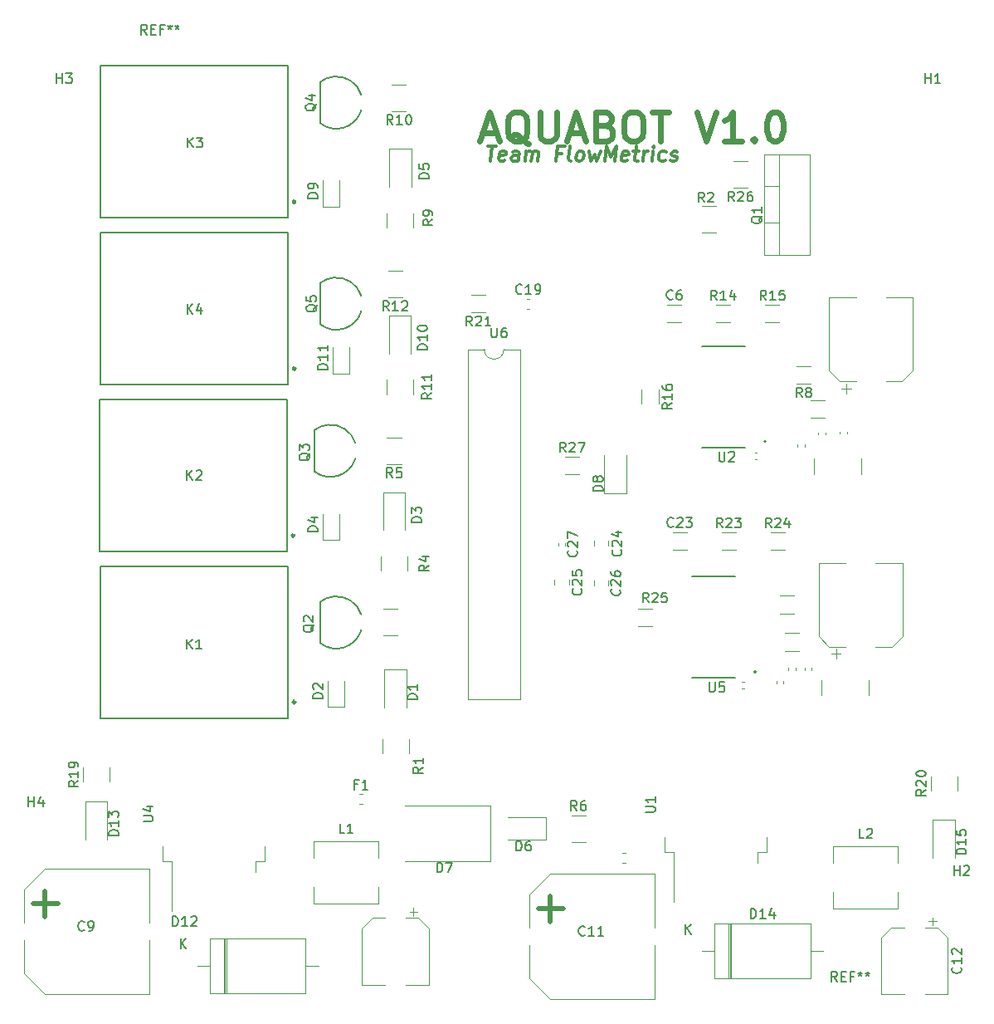
<source format=gbr>
%TF.GenerationSoftware,KiCad,Pcbnew,7.0.10*%
%TF.CreationDate,2024-08-08T13:18:15-05:00*%
%TF.ProjectId,river_sampler,72697665-725f-4736-916d-706c65722e6b,rev?*%
%TF.SameCoordinates,Original*%
%TF.FileFunction,Legend,Top*%
%TF.FilePolarity,Positive*%
%FSLAX46Y46*%
G04 Gerber Fmt 4.6, Leading zero omitted, Abs format (unit mm)*
G04 Created by KiCad (PCBNEW 7.0.10) date 2024-08-08 13:18:15*
%MOMM*%
%LPD*%
G01*
G04 APERTURE LIST*
%ADD10C,0.300000*%
%ADD11C,0.600000*%
%ADD12C,0.150000*%
%ADD13C,0.120000*%
%ADD14C,0.127000*%
%ADD15C,0.200000*%
%ADD16C,0.100000*%
%ADD17C,0.500000*%
G04 APERTURE END LIST*
D10*
X89952196Y-92966628D02*
X90809339Y-92966628D01*
X90193268Y-94466628D02*
X90380768Y-92966628D01*
X91702196Y-94395200D02*
X91550410Y-94466628D01*
X91550410Y-94466628D02*
X91264696Y-94466628D01*
X91264696Y-94466628D02*
X91130767Y-94395200D01*
X91130767Y-94395200D02*
X91077196Y-94252342D01*
X91077196Y-94252342D02*
X91148625Y-93680914D01*
X91148625Y-93680914D02*
X91237910Y-93538057D01*
X91237910Y-93538057D02*
X91389696Y-93466628D01*
X91389696Y-93466628D02*
X91675410Y-93466628D01*
X91675410Y-93466628D02*
X91809339Y-93538057D01*
X91809339Y-93538057D02*
X91862910Y-93680914D01*
X91862910Y-93680914D02*
X91845053Y-93823771D01*
X91845053Y-93823771D02*
X91112910Y-93966628D01*
X93050410Y-94466628D02*
X93148624Y-93680914D01*
X93148624Y-93680914D02*
X93095053Y-93538057D01*
X93095053Y-93538057D02*
X92961124Y-93466628D01*
X92961124Y-93466628D02*
X92675410Y-93466628D01*
X92675410Y-93466628D02*
X92523624Y-93538057D01*
X93059339Y-94395200D02*
X92907553Y-94466628D01*
X92907553Y-94466628D02*
X92550410Y-94466628D01*
X92550410Y-94466628D02*
X92416481Y-94395200D01*
X92416481Y-94395200D02*
X92362910Y-94252342D01*
X92362910Y-94252342D02*
X92380767Y-94109485D01*
X92380767Y-94109485D02*
X92470053Y-93966628D01*
X92470053Y-93966628D02*
X92621839Y-93895200D01*
X92621839Y-93895200D02*
X92978981Y-93895200D01*
X92978981Y-93895200D02*
X93130767Y-93823771D01*
X93764696Y-94466628D02*
X93889696Y-93466628D01*
X93871839Y-93609485D02*
X93952196Y-93538057D01*
X93952196Y-93538057D02*
X94103982Y-93466628D01*
X94103982Y-93466628D02*
X94318267Y-93466628D01*
X94318267Y-93466628D02*
X94452196Y-93538057D01*
X94452196Y-93538057D02*
X94505767Y-93680914D01*
X94505767Y-93680914D02*
X94407553Y-94466628D01*
X94505767Y-93680914D02*
X94595053Y-93538057D01*
X94595053Y-93538057D02*
X94746839Y-93466628D01*
X94746839Y-93466628D02*
X94961124Y-93466628D01*
X94961124Y-93466628D02*
X95095053Y-93538057D01*
X95095053Y-93538057D02*
X95148624Y-93680914D01*
X95148624Y-93680914D02*
X95050410Y-94466628D01*
X97505767Y-93680914D02*
X97005767Y-93680914D01*
X96907553Y-94466628D02*
X97095053Y-92966628D01*
X97095053Y-92966628D02*
X97809339Y-92966628D01*
X98407553Y-94466628D02*
X98273624Y-94395200D01*
X98273624Y-94395200D02*
X98220053Y-94252342D01*
X98220053Y-94252342D02*
X98380767Y-92966628D01*
X99193267Y-94466628D02*
X99059338Y-94395200D01*
X99059338Y-94395200D02*
X98996838Y-94323771D01*
X98996838Y-94323771D02*
X98943267Y-94180914D01*
X98943267Y-94180914D02*
X98996838Y-93752342D01*
X98996838Y-93752342D02*
X99086124Y-93609485D01*
X99086124Y-93609485D02*
X99166481Y-93538057D01*
X99166481Y-93538057D02*
X99318267Y-93466628D01*
X99318267Y-93466628D02*
X99532552Y-93466628D01*
X99532552Y-93466628D02*
X99666481Y-93538057D01*
X99666481Y-93538057D02*
X99728981Y-93609485D01*
X99728981Y-93609485D02*
X99782552Y-93752342D01*
X99782552Y-93752342D02*
X99728981Y-94180914D01*
X99728981Y-94180914D02*
X99639695Y-94323771D01*
X99639695Y-94323771D02*
X99559338Y-94395200D01*
X99559338Y-94395200D02*
X99407552Y-94466628D01*
X99407552Y-94466628D02*
X99193267Y-94466628D01*
X100318267Y-93466628D02*
X100478981Y-94466628D01*
X100478981Y-94466628D02*
X100853981Y-93752342D01*
X100853981Y-93752342D02*
X101050410Y-94466628D01*
X101050410Y-94466628D02*
X101461124Y-93466628D01*
X101907553Y-94466628D02*
X102095053Y-92966628D01*
X102095053Y-92966628D02*
X102461124Y-94038057D01*
X102461124Y-94038057D02*
X103095053Y-92966628D01*
X103095053Y-92966628D02*
X102907553Y-94466628D01*
X104202196Y-94395200D02*
X104050410Y-94466628D01*
X104050410Y-94466628D02*
X103764696Y-94466628D01*
X103764696Y-94466628D02*
X103630767Y-94395200D01*
X103630767Y-94395200D02*
X103577196Y-94252342D01*
X103577196Y-94252342D02*
X103648625Y-93680914D01*
X103648625Y-93680914D02*
X103737910Y-93538057D01*
X103737910Y-93538057D02*
X103889696Y-93466628D01*
X103889696Y-93466628D02*
X104175410Y-93466628D01*
X104175410Y-93466628D02*
X104309339Y-93538057D01*
X104309339Y-93538057D02*
X104362910Y-93680914D01*
X104362910Y-93680914D02*
X104345053Y-93823771D01*
X104345053Y-93823771D02*
X103612910Y-93966628D01*
X104818267Y-93466628D02*
X105389696Y-93466628D01*
X105095053Y-92966628D02*
X104934339Y-94252342D01*
X104934339Y-94252342D02*
X104987910Y-94395200D01*
X104987910Y-94395200D02*
X105121839Y-94466628D01*
X105121839Y-94466628D02*
X105264696Y-94466628D01*
X105764696Y-94466628D02*
X105889696Y-93466628D01*
X105853982Y-93752342D02*
X105943267Y-93609485D01*
X105943267Y-93609485D02*
X106023624Y-93538057D01*
X106023624Y-93538057D02*
X106175410Y-93466628D01*
X106175410Y-93466628D02*
X106318267Y-93466628D01*
X106693267Y-94466628D02*
X106818267Y-93466628D01*
X106880767Y-92966628D02*
X106800410Y-93038057D01*
X106800410Y-93038057D02*
X106862910Y-93109485D01*
X106862910Y-93109485D02*
X106943267Y-93038057D01*
X106943267Y-93038057D02*
X106880767Y-92966628D01*
X106880767Y-92966628D02*
X106862910Y-93109485D01*
X108059339Y-94395200D02*
X107907553Y-94466628D01*
X107907553Y-94466628D02*
X107621839Y-94466628D01*
X107621839Y-94466628D02*
X107487910Y-94395200D01*
X107487910Y-94395200D02*
X107425410Y-94323771D01*
X107425410Y-94323771D02*
X107371839Y-94180914D01*
X107371839Y-94180914D02*
X107425410Y-93752342D01*
X107425410Y-93752342D02*
X107514696Y-93609485D01*
X107514696Y-93609485D02*
X107595053Y-93538057D01*
X107595053Y-93538057D02*
X107746839Y-93466628D01*
X107746839Y-93466628D02*
X108032553Y-93466628D01*
X108032553Y-93466628D02*
X108166481Y-93538057D01*
X108630767Y-94395200D02*
X108764695Y-94466628D01*
X108764695Y-94466628D02*
X109050410Y-94466628D01*
X109050410Y-94466628D02*
X109202195Y-94395200D01*
X109202195Y-94395200D02*
X109291481Y-94252342D01*
X109291481Y-94252342D02*
X109300410Y-94180914D01*
X109300410Y-94180914D02*
X109246838Y-94038057D01*
X109246838Y-94038057D02*
X109112910Y-93966628D01*
X109112910Y-93966628D02*
X108898624Y-93966628D01*
X108898624Y-93966628D02*
X108764695Y-93895200D01*
X108764695Y-93895200D02*
X108711124Y-93752342D01*
X108711124Y-93752342D02*
X108720053Y-93680914D01*
X108720053Y-93680914D02*
X108809338Y-93538057D01*
X108809338Y-93538057D02*
X108961124Y-93466628D01*
X108961124Y-93466628D02*
X109175410Y-93466628D01*
X109175410Y-93466628D02*
X109309338Y-93538057D01*
D11*
X89408964Y-91581514D02*
X90837536Y-91581514D01*
X89123250Y-92438657D02*
X90123250Y-89438657D01*
X90123250Y-89438657D02*
X91123250Y-92438657D01*
X94123250Y-92724371D02*
X93837536Y-92581514D01*
X93837536Y-92581514D02*
X93551822Y-92295800D01*
X93551822Y-92295800D02*
X93123250Y-91867228D01*
X93123250Y-91867228D02*
X92837536Y-91724371D01*
X92837536Y-91724371D02*
X92551822Y-91724371D01*
X92694679Y-92438657D02*
X92408965Y-92295800D01*
X92408965Y-92295800D02*
X92123250Y-92010085D01*
X92123250Y-92010085D02*
X91980393Y-91438657D01*
X91980393Y-91438657D02*
X91980393Y-90438657D01*
X91980393Y-90438657D02*
X92123250Y-89867228D01*
X92123250Y-89867228D02*
X92408965Y-89581514D01*
X92408965Y-89581514D02*
X92694679Y-89438657D01*
X92694679Y-89438657D02*
X93266107Y-89438657D01*
X93266107Y-89438657D02*
X93551822Y-89581514D01*
X93551822Y-89581514D02*
X93837536Y-89867228D01*
X93837536Y-89867228D02*
X93980393Y-90438657D01*
X93980393Y-90438657D02*
X93980393Y-91438657D01*
X93980393Y-91438657D02*
X93837536Y-92010085D01*
X93837536Y-92010085D02*
X93551822Y-92295800D01*
X93551822Y-92295800D02*
X93266107Y-92438657D01*
X93266107Y-92438657D02*
X92694679Y-92438657D01*
X95266107Y-89438657D02*
X95266107Y-91867228D01*
X95266107Y-91867228D02*
X95408964Y-92152942D01*
X95408964Y-92152942D02*
X95551822Y-92295800D01*
X95551822Y-92295800D02*
X95837536Y-92438657D01*
X95837536Y-92438657D02*
X96408964Y-92438657D01*
X96408964Y-92438657D02*
X96694679Y-92295800D01*
X96694679Y-92295800D02*
X96837536Y-92152942D01*
X96837536Y-92152942D02*
X96980393Y-91867228D01*
X96980393Y-91867228D02*
X96980393Y-89438657D01*
X98266107Y-91581514D02*
X99694679Y-91581514D01*
X97980393Y-92438657D02*
X98980393Y-89438657D01*
X98980393Y-89438657D02*
X99980393Y-92438657D01*
X101980393Y-90867228D02*
X102408965Y-91010085D01*
X102408965Y-91010085D02*
X102551822Y-91152942D01*
X102551822Y-91152942D02*
X102694679Y-91438657D01*
X102694679Y-91438657D02*
X102694679Y-91867228D01*
X102694679Y-91867228D02*
X102551822Y-92152942D01*
X102551822Y-92152942D02*
X102408965Y-92295800D01*
X102408965Y-92295800D02*
X102123250Y-92438657D01*
X102123250Y-92438657D02*
X100980393Y-92438657D01*
X100980393Y-92438657D02*
X100980393Y-89438657D01*
X100980393Y-89438657D02*
X101980393Y-89438657D01*
X101980393Y-89438657D02*
X102266108Y-89581514D01*
X102266108Y-89581514D02*
X102408965Y-89724371D01*
X102408965Y-89724371D02*
X102551822Y-90010085D01*
X102551822Y-90010085D02*
X102551822Y-90295800D01*
X102551822Y-90295800D02*
X102408965Y-90581514D01*
X102408965Y-90581514D02*
X102266108Y-90724371D01*
X102266108Y-90724371D02*
X101980393Y-90867228D01*
X101980393Y-90867228D02*
X100980393Y-90867228D01*
X104551822Y-89438657D02*
X105123250Y-89438657D01*
X105123250Y-89438657D02*
X105408965Y-89581514D01*
X105408965Y-89581514D02*
X105694679Y-89867228D01*
X105694679Y-89867228D02*
X105837536Y-90438657D01*
X105837536Y-90438657D02*
X105837536Y-91438657D01*
X105837536Y-91438657D02*
X105694679Y-92010085D01*
X105694679Y-92010085D02*
X105408965Y-92295800D01*
X105408965Y-92295800D02*
X105123250Y-92438657D01*
X105123250Y-92438657D02*
X104551822Y-92438657D01*
X104551822Y-92438657D02*
X104266108Y-92295800D01*
X104266108Y-92295800D02*
X103980393Y-92010085D01*
X103980393Y-92010085D02*
X103837536Y-91438657D01*
X103837536Y-91438657D02*
X103837536Y-90438657D01*
X103837536Y-90438657D02*
X103980393Y-89867228D01*
X103980393Y-89867228D02*
X104266108Y-89581514D01*
X104266108Y-89581514D02*
X104551822Y-89438657D01*
X106694679Y-89438657D02*
X108408965Y-89438657D01*
X107551822Y-92438657D02*
X107551822Y-89438657D01*
X111266107Y-89438657D02*
X112266107Y-92438657D01*
X112266107Y-92438657D02*
X113266107Y-89438657D01*
X115837536Y-92438657D02*
X114123250Y-92438657D01*
X114980393Y-92438657D02*
X114980393Y-89438657D01*
X114980393Y-89438657D02*
X114694679Y-89867228D01*
X114694679Y-89867228D02*
X114408964Y-90152942D01*
X114408964Y-90152942D02*
X114123250Y-90295800D01*
X117123250Y-92152942D02*
X117266107Y-92295800D01*
X117266107Y-92295800D02*
X117123250Y-92438657D01*
X117123250Y-92438657D02*
X116980393Y-92295800D01*
X116980393Y-92295800D02*
X117123250Y-92152942D01*
X117123250Y-92152942D02*
X117123250Y-92438657D01*
X119123250Y-89438657D02*
X119408964Y-89438657D01*
X119408964Y-89438657D02*
X119694678Y-89581514D01*
X119694678Y-89581514D02*
X119837536Y-89724371D01*
X119837536Y-89724371D02*
X119980393Y-90010085D01*
X119980393Y-90010085D02*
X120123250Y-90581514D01*
X120123250Y-90581514D02*
X120123250Y-91295800D01*
X120123250Y-91295800D02*
X119980393Y-91867228D01*
X119980393Y-91867228D02*
X119837536Y-92152942D01*
X119837536Y-92152942D02*
X119694678Y-92295800D01*
X119694678Y-92295800D02*
X119408964Y-92438657D01*
X119408964Y-92438657D02*
X119123250Y-92438657D01*
X119123250Y-92438657D02*
X118837536Y-92295800D01*
X118837536Y-92295800D02*
X118694678Y-92152942D01*
X118694678Y-92152942D02*
X118551821Y-91867228D01*
X118551821Y-91867228D02*
X118408964Y-91295800D01*
X118408964Y-91295800D02*
X118408964Y-90581514D01*
X118408964Y-90581514D02*
X118551821Y-90010085D01*
X118551821Y-90010085D02*
X118694678Y-89724371D01*
X118694678Y-89724371D02*
X118837536Y-89581514D01*
X118837536Y-89581514D02*
X119123250Y-89438657D01*
D12*
X55181666Y-81563619D02*
X54848333Y-81087428D01*
X54610238Y-81563619D02*
X54610238Y-80563619D01*
X54610238Y-80563619D02*
X54991190Y-80563619D01*
X54991190Y-80563619D02*
X55086428Y-80611238D01*
X55086428Y-80611238D02*
X55134047Y-80658857D01*
X55134047Y-80658857D02*
X55181666Y-80754095D01*
X55181666Y-80754095D02*
X55181666Y-80896952D01*
X55181666Y-80896952D02*
X55134047Y-80992190D01*
X55134047Y-80992190D02*
X55086428Y-81039809D01*
X55086428Y-81039809D02*
X54991190Y-81087428D01*
X54991190Y-81087428D02*
X54610238Y-81087428D01*
X55610238Y-81039809D02*
X55943571Y-81039809D01*
X56086428Y-81563619D02*
X55610238Y-81563619D01*
X55610238Y-81563619D02*
X55610238Y-80563619D01*
X55610238Y-80563619D02*
X56086428Y-80563619D01*
X56848333Y-81039809D02*
X56515000Y-81039809D01*
X56515000Y-81563619D02*
X56515000Y-80563619D01*
X56515000Y-80563619D02*
X56991190Y-80563619D01*
X57515000Y-80563619D02*
X57515000Y-80801714D01*
X57276905Y-80706476D02*
X57515000Y-80801714D01*
X57515000Y-80801714D02*
X57753095Y-80706476D01*
X57372143Y-80992190D02*
X57515000Y-80801714D01*
X57515000Y-80801714D02*
X57657857Y-80992190D01*
X58276905Y-80563619D02*
X58276905Y-80801714D01*
X58038810Y-80706476D02*
X58276905Y-80801714D01*
X58276905Y-80801714D02*
X58515000Y-80706476D01*
X58134048Y-80992190D02*
X58276905Y-80801714D01*
X58276905Y-80801714D02*
X58419762Y-80992190D01*
X125615866Y-178109019D02*
X125282533Y-177632828D01*
X125044438Y-178109019D02*
X125044438Y-177109019D01*
X125044438Y-177109019D02*
X125425390Y-177109019D01*
X125425390Y-177109019D02*
X125520628Y-177156638D01*
X125520628Y-177156638D02*
X125568247Y-177204257D01*
X125568247Y-177204257D02*
X125615866Y-177299495D01*
X125615866Y-177299495D02*
X125615866Y-177442352D01*
X125615866Y-177442352D02*
X125568247Y-177537590D01*
X125568247Y-177537590D02*
X125520628Y-177585209D01*
X125520628Y-177585209D02*
X125425390Y-177632828D01*
X125425390Y-177632828D02*
X125044438Y-177632828D01*
X126044438Y-177585209D02*
X126377771Y-177585209D01*
X126520628Y-178109019D02*
X126044438Y-178109019D01*
X126044438Y-178109019D02*
X126044438Y-177109019D01*
X126044438Y-177109019D02*
X126520628Y-177109019D01*
X127282533Y-177585209D02*
X126949200Y-177585209D01*
X126949200Y-178109019D02*
X126949200Y-177109019D01*
X126949200Y-177109019D02*
X127425390Y-177109019D01*
X127949200Y-177109019D02*
X127949200Y-177347114D01*
X127711105Y-177251876D02*
X127949200Y-177347114D01*
X127949200Y-177347114D02*
X128187295Y-177251876D01*
X127806343Y-177537590D02*
X127949200Y-177347114D01*
X127949200Y-177347114D02*
X128092057Y-177537590D01*
X128711105Y-177109019D02*
X128711105Y-177347114D01*
X128473010Y-177251876D02*
X128711105Y-177347114D01*
X128711105Y-177347114D02*
X128949200Y-177251876D01*
X128568248Y-177537590D02*
X128711105Y-177347114D01*
X128711105Y-177347114D02*
X128853962Y-177537590D01*
X115094242Y-98569019D02*
X114760909Y-98092828D01*
X114522814Y-98569019D02*
X114522814Y-97569019D01*
X114522814Y-97569019D02*
X114903766Y-97569019D01*
X114903766Y-97569019D02*
X114999004Y-97616638D01*
X114999004Y-97616638D02*
X115046623Y-97664257D01*
X115046623Y-97664257D02*
X115094242Y-97759495D01*
X115094242Y-97759495D02*
X115094242Y-97902352D01*
X115094242Y-97902352D02*
X115046623Y-97997590D01*
X115046623Y-97997590D02*
X114999004Y-98045209D01*
X114999004Y-98045209D02*
X114903766Y-98092828D01*
X114903766Y-98092828D02*
X114522814Y-98092828D01*
X115475195Y-97664257D02*
X115522814Y-97616638D01*
X115522814Y-97616638D02*
X115618052Y-97569019D01*
X115618052Y-97569019D02*
X115856147Y-97569019D01*
X115856147Y-97569019D02*
X115951385Y-97616638D01*
X115951385Y-97616638D02*
X115999004Y-97664257D01*
X115999004Y-97664257D02*
X116046623Y-97759495D01*
X116046623Y-97759495D02*
X116046623Y-97854733D01*
X116046623Y-97854733D02*
X115999004Y-97997590D01*
X115999004Y-97997590D02*
X115427576Y-98569019D01*
X115427576Y-98569019D02*
X116046623Y-98569019D01*
X116903766Y-97569019D02*
X116713290Y-97569019D01*
X116713290Y-97569019D02*
X116618052Y-97616638D01*
X116618052Y-97616638D02*
X116570433Y-97664257D01*
X116570433Y-97664257D02*
X116475195Y-97807114D01*
X116475195Y-97807114D02*
X116427576Y-97997590D01*
X116427576Y-97997590D02*
X116427576Y-98378542D01*
X116427576Y-98378542D02*
X116475195Y-98473780D01*
X116475195Y-98473780D02*
X116522814Y-98521400D01*
X116522814Y-98521400D02*
X116618052Y-98569019D01*
X116618052Y-98569019D02*
X116808528Y-98569019D01*
X116808528Y-98569019D02*
X116903766Y-98521400D01*
X116903766Y-98521400D02*
X116951385Y-98473780D01*
X116951385Y-98473780D02*
X116999004Y-98378542D01*
X116999004Y-98378542D02*
X116999004Y-98140447D01*
X116999004Y-98140447D02*
X116951385Y-98045209D01*
X116951385Y-98045209D02*
X116903766Y-97997590D01*
X116903766Y-97997590D02*
X116808528Y-97949971D01*
X116808528Y-97949971D02*
X116618052Y-97949971D01*
X116618052Y-97949971D02*
X116522814Y-97997590D01*
X116522814Y-97997590D02*
X116475195Y-98045209D01*
X116475195Y-98045209D02*
X116427576Y-98140447D01*
X128333333Y-163504819D02*
X127857143Y-163504819D01*
X127857143Y-163504819D02*
X127857143Y-162504819D01*
X128619048Y-162600057D02*
X128666667Y-162552438D01*
X128666667Y-162552438D02*
X128761905Y-162504819D01*
X128761905Y-162504819D02*
X129000000Y-162504819D01*
X129000000Y-162504819D02*
X129095238Y-162552438D01*
X129095238Y-162552438D02*
X129142857Y-162600057D01*
X129142857Y-162600057D02*
X129190476Y-162695295D01*
X129190476Y-162695295D02*
X129190476Y-162790533D01*
X129190476Y-162790533D02*
X129142857Y-162933390D01*
X129142857Y-162933390D02*
X128571429Y-163504819D01*
X128571429Y-163504819D02*
X129190476Y-163504819D01*
X80262142Y-90734819D02*
X79928809Y-90258628D01*
X79690714Y-90734819D02*
X79690714Y-89734819D01*
X79690714Y-89734819D02*
X80071666Y-89734819D01*
X80071666Y-89734819D02*
X80166904Y-89782438D01*
X80166904Y-89782438D02*
X80214523Y-89830057D01*
X80214523Y-89830057D02*
X80262142Y-89925295D01*
X80262142Y-89925295D02*
X80262142Y-90068152D01*
X80262142Y-90068152D02*
X80214523Y-90163390D01*
X80214523Y-90163390D02*
X80166904Y-90211009D01*
X80166904Y-90211009D02*
X80071666Y-90258628D01*
X80071666Y-90258628D02*
X79690714Y-90258628D01*
X81214523Y-90734819D02*
X80643095Y-90734819D01*
X80928809Y-90734819D02*
X80928809Y-89734819D01*
X80928809Y-89734819D02*
X80833571Y-89877676D01*
X80833571Y-89877676D02*
X80738333Y-89972914D01*
X80738333Y-89972914D02*
X80643095Y-90020533D01*
X81833571Y-89734819D02*
X81928809Y-89734819D01*
X81928809Y-89734819D02*
X82024047Y-89782438D01*
X82024047Y-89782438D02*
X82071666Y-89830057D01*
X82071666Y-89830057D02*
X82119285Y-89925295D01*
X82119285Y-89925295D02*
X82166904Y-90115771D01*
X82166904Y-90115771D02*
X82166904Y-90353866D01*
X82166904Y-90353866D02*
X82119285Y-90544342D01*
X82119285Y-90544342D02*
X82071666Y-90639580D01*
X82071666Y-90639580D02*
X82024047Y-90687200D01*
X82024047Y-90687200D02*
X81928809Y-90734819D01*
X81928809Y-90734819D02*
X81833571Y-90734819D01*
X81833571Y-90734819D02*
X81738333Y-90687200D01*
X81738333Y-90687200D02*
X81690714Y-90639580D01*
X81690714Y-90639580D02*
X81643095Y-90544342D01*
X81643095Y-90544342D02*
X81595476Y-90353866D01*
X81595476Y-90353866D02*
X81595476Y-90115771D01*
X81595476Y-90115771D02*
X81643095Y-89925295D01*
X81643095Y-89925295D02*
X81690714Y-89830057D01*
X81690714Y-89830057D02*
X81738333Y-89782438D01*
X81738333Y-89782438D02*
X81833571Y-89734819D01*
X59332835Y-93063263D02*
X59332835Y-92063169D01*
X59904317Y-93063263D02*
X59475706Y-92491781D01*
X59904317Y-92063169D02*
X59332835Y-92634651D01*
X60237682Y-92063169D02*
X60856788Y-92063169D01*
X60856788Y-92063169D02*
X60523423Y-92444157D01*
X60523423Y-92444157D02*
X60666294Y-92444157D01*
X60666294Y-92444157D02*
X60761541Y-92491781D01*
X60761541Y-92491781D02*
X60809164Y-92539404D01*
X60809164Y-92539404D02*
X60856788Y-92634651D01*
X60856788Y-92634651D02*
X60856788Y-92872769D01*
X60856788Y-92872769D02*
X60809164Y-92968016D01*
X60809164Y-92968016D02*
X60761541Y-93015640D01*
X60761541Y-93015640D02*
X60666294Y-93063263D01*
X60666294Y-93063263D02*
X60380553Y-93063263D01*
X60380553Y-93063263D02*
X60285306Y-93015640D01*
X60285306Y-93015640D02*
X60237682Y-92968016D01*
X112050533Y-98651219D02*
X111717200Y-98175028D01*
X111479105Y-98651219D02*
X111479105Y-97651219D01*
X111479105Y-97651219D02*
X111860057Y-97651219D01*
X111860057Y-97651219D02*
X111955295Y-97698838D01*
X111955295Y-97698838D02*
X112002914Y-97746457D01*
X112002914Y-97746457D02*
X112050533Y-97841695D01*
X112050533Y-97841695D02*
X112050533Y-97984552D01*
X112050533Y-97984552D02*
X112002914Y-98079790D01*
X112002914Y-98079790D02*
X111955295Y-98127409D01*
X111955295Y-98127409D02*
X111860057Y-98175028D01*
X111860057Y-98175028D02*
X111479105Y-98175028D01*
X112431486Y-97746457D02*
X112479105Y-97698838D01*
X112479105Y-97698838D02*
X112574343Y-97651219D01*
X112574343Y-97651219D02*
X112812438Y-97651219D01*
X112812438Y-97651219D02*
X112907676Y-97698838D01*
X112907676Y-97698838D02*
X112955295Y-97746457D01*
X112955295Y-97746457D02*
X113002914Y-97841695D01*
X113002914Y-97841695D02*
X113002914Y-97936933D01*
X113002914Y-97936933D02*
X112955295Y-98079790D01*
X112955295Y-98079790D02*
X112383867Y-98651219D01*
X112383867Y-98651219D02*
X113002914Y-98651219D01*
X48174819Y-157642857D02*
X47698628Y-157976190D01*
X48174819Y-158214285D02*
X47174819Y-158214285D01*
X47174819Y-158214285D02*
X47174819Y-157833333D01*
X47174819Y-157833333D02*
X47222438Y-157738095D01*
X47222438Y-157738095D02*
X47270057Y-157690476D01*
X47270057Y-157690476D02*
X47365295Y-157642857D01*
X47365295Y-157642857D02*
X47508152Y-157642857D01*
X47508152Y-157642857D02*
X47603390Y-157690476D01*
X47603390Y-157690476D02*
X47651009Y-157738095D01*
X47651009Y-157738095D02*
X47698628Y-157833333D01*
X47698628Y-157833333D02*
X47698628Y-158214285D01*
X48174819Y-156690476D02*
X48174819Y-157261904D01*
X48174819Y-156976190D02*
X47174819Y-156976190D01*
X47174819Y-156976190D02*
X47317676Y-157071428D01*
X47317676Y-157071428D02*
X47412914Y-157166666D01*
X47412914Y-157166666D02*
X47460533Y-157261904D01*
X48174819Y-156214285D02*
X48174819Y-156023809D01*
X48174819Y-156023809D02*
X48127200Y-155928571D01*
X48127200Y-155928571D02*
X48079580Y-155880952D01*
X48079580Y-155880952D02*
X47936723Y-155785714D01*
X47936723Y-155785714D02*
X47746247Y-155738095D01*
X47746247Y-155738095D02*
X47365295Y-155738095D01*
X47365295Y-155738095D02*
X47270057Y-155785714D01*
X47270057Y-155785714D02*
X47222438Y-155833333D01*
X47222438Y-155833333D02*
X47174819Y-155928571D01*
X47174819Y-155928571D02*
X47174819Y-156119047D01*
X47174819Y-156119047D02*
X47222438Y-156214285D01*
X47222438Y-156214285D02*
X47270057Y-156261904D01*
X47270057Y-156261904D02*
X47365295Y-156309523D01*
X47365295Y-156309523D02*
X47603390Y-156309523D01*
X47603390Y-156309523D02*
X47698628Y-156261904D01*
X47698628Y-156261904D02*
X47746247Y-156214285D01*
X47746247Y-156214285D02*
X47793866Y-156119047D01*
X47793866Y-156119047D02*
X47793866Y-155928571D01*
X47793866Y-155928571D02*
X47746247Y-155833333D01*
X47746247Y-155833333D02*
X47698628Y-155785714D01*
X47698628Y-155785714D02*
X47603390Y-155738095D01*
X72604819Y-132238094D02*
X71604819Y-132238094D01*
X71604819Y-132238094D02*
X71604819Y-131999999D01*
X71604819Y-131999999D02*
X71652438Y-131857142D01*
X71652438Y-131857142D02*
X71747676Y-131761904D01*
X71747676Y-131761904D02*
X71842914Y-131714285D01*
X71842914Y-131714285D02*
X72033390Y-131666666D01*
X72033390Y-131666666D02*
X72176247Y-131666666D01*
X72176247Y-131666666D02*
X72366723Y-131714285D01*
X72366723Y-131714285D02*
X72461961Y-131761904D01*
X72461961Y-131761904D02*
X72557200Y-131857142D01*
X72557200Y-131857142D02*
X72604819Y-131999999D01*
X72604819Y-131999999D02*
X72604819Y-132238094D01*
X71938152Y-130809523D02*
X72604819Y-130809523D01*
X71557200Y-131047618D02*
X72271485Y-131285713D01*
X72271485Y-131285713D02*
X72271485Y-130666666D01*
X84761905Y-166974819D02*
X84761905Y-165974819D01*
X84761905Y-165974819D02*
X85000000Y-165974819D01*
X85000000Y-165974819D02*
X85142857Y-166022438D01*
X85142857Y-166022438D02*
X85238095Y-166117676D01*
X85238095Y-166117676D02*
X85285714Y-166212914D01*
X85285714Y-166212914D02*
X85333333Y-166403390D01*
X85333333Y-166403390D02*
X85333333Y-166546247D01*
X85333333Y-166546247D02*
X85285714Y-166736723D01*
X85285714Y-166736723D02*
X85238095Y-166831961D01*
X85238095Y-166831961D02*
X85142857Y-166927200D01*
X85142857Y-166927200D02*
X85000000Y-166974819D01*
X85000000Y-166974819D02*
X84761905Y-166974819D01*
X85666667Y-165974819D02*
X86333333Y-165974819D01*
X86333333Y-165974819D02*
X85904762Y-166974819D01*
X73104819Y-149238094D02*
X72104819Y-149238094D01*
X72104819Y-149238094D02*
X72104819Y-148999999D01*
X72104819Y-148999999D02*
X72152438Y-148857142D01*
X72152438Y-148857142D02*
X72247676Y-148761904D01*
X72247676Y-148761904D02*
X72342914Y-148714285D01*
X72342914Y-148714285D02*
X72533390Y-148666666D01*
X72533390Y-148666666D02*
X72676247Y-148666666D01*
X72676247Y-148666666D02*
X72866723Y-148714285D01*
X72866723Y-148714285D02*
X72961961Y-148761904D01*
X72961961Y-148761904D02*
X73057200Y-148857142D01*
X73057200Y-148857142D02*
X73104819Y-148999999D01*
X73104819Y-148999999D02*
X73104819Y-149238094D01*
X72200057Y-148285713D02*
X72152438Y-148238094D01*
X72152438Y-148238094D02*
X72104819Y-148142856D01*
X72104819Y-148142856D02*
X72104819Y-147904761D01*
X72104819Y-147904761D02*
X72152438Y-147809523D01*
X72152438Y-147809523D02*
X72200057Y-147761904D01*
X72200057Y-147761904D02*
X72295295Y-147714285D01*
X72295295Y-147714285D02*
X72390533Y-147714285D01*
X72390533Y-147714285D02*
X72533390Y-147761904D01*
X72533390Y-147761904D02*
X73104819Y-148333332D01*
X73104819Y-148333332D02*
X73104819Y-147714285D01*
X84334276Y-100432191D02*
X83858085Y-100765524D01*
X84334276Y-101003619D02*
X83334276Y-101003619D01*
X83334276Y-101003619D02*
X83334276Y-100622667D01*
X83334276Y-100622667D02*
X83381895Y-100527429D01*
X83381895Y-100527429D02*
X83429514Y-100479810D01*
X83429514Y-100479810D02*
X83524752Y-100432191D01*
X83524752Y-100432191D02*
X83667609Y-100432191D01*
X83667609Y-100432191D02*
X83762847Y-100479810D01*
X83762847Y-100479810D02*
X83810466Y-100527429D01*
X83810466Y-100527429D02*
X83858085Y-100622667D01*
X83858085Y-100622667D02*
X83858085Y-101003619D01*
X84334276Y-99956000D02*
X84334276Y-99765524D01*
X84334276Y-99765524D02*
X84286657Y-99670286D01*
X84286657Y-99670286D02*
X84239037Y-99622667D01*
X84239037Y-99622667D02*
X84096180Y-99527429D01*
X84096180Y-99527429D02*
X83905704Y-99479810D01*
X83905704Y-99479810D02*
X83524752Y-99479810D01*
X83524752Y-99479810D02*
X83429514Y-99527429D01*
X83429514Y-99527429D02*
X83381895Y-99575048D01*
X83381895Y-99575048D02*
X83334276Y-99670286D01*
X83334276Y-99670286D02*
X83334276Y-99860762D01*
X83334276Y-99860762D02*
X83381895Y-99956000D01*
X83381895Y-99956000D02*
X83429514Y-100003619D01*
X83429514Y-100003619D02*
X83524752Y-100051238D01*
X83524752Y-100051238D02*
X83762847Y-100051238D01*
X83762847Y-100051238D02*
X83858085Y-100003619D01*
X83858085Y-100003619D02*
X83905704Y-99956000D01*
X83905704Y-99956000D02*
X83953323Y-99860762D01*
X83953323Y-99860762D02*
X83953323Y-99670286D01*
X83953323Y-99670286D02*
X83905704Y-99575048D01*
X83905704Y-99575048D02*
X83858085Y-99527429D01*
X83858085Y-99527429D02*
X83762847Y-99479810D01*
X134674819Y-158542857D02*
X134198628Y-158876190D01*
X134674819Y-159114285D02*
X133674819Y-159114285D01*
X133674819Y-159114285D02*
X133674819Y-158733333D01*
X133674819Y-158733333D02*
X133722438Y-158638095D01*
X133722438Y-158638095D02*
X133770057Y-158590476D01*
X133770057Y-158590476D02*
X133865295Y-158542857D01*
X133865295Y-158542857D02*
X134008152Y-158542857D01*
X134008152Y-158542857D02*
X134103390Y-158590476D01*
X134103390Y-158590476D02*
X134151009Y-158638095D01*
X134151009Y-158638095D02*
X134198628Y-158733333D01*
X134198628Y-158733333D02*
X134198628Y-159114285D01*
X133770057Y-158161904D02*
X133722438Y-158114285D01*
X133722438Y-158114285D02*
X133674819Y-158019047D01*
X133674819Y-158019047D02*
X133674819Y-157780952D01*
X133674819Y-157780952D02*
X133722438Y-157685714D01*
X133722438Y-157685714D02*
X133770057Y-157638095D01*
X133770057Y-157638095D02*
X133865295Y-157590476D01*
X133865295Y-157590476D02*
X133960533Y-157590476D01*
X133960533Y-157590476D02*
X134103390Y-157638095D01*
X134103390Y-157638095D02*
X134674819Y-158209523D01*
X134674819Y-158209523D02*
X134674819Y-157590476D01*
X133674819Y-156971428D02*
X133674819Y-156876190D01*
X133674819Y-156876190D02*
X133722438Y-156780952D01*
X133722438Y-156780952D02*
X133770057Y-156733333D01*
X133770057Y-156733333D02*
X133865295Y-156685714D01*
X133865295Y-156685714D02*
X134055771Y-156638095D01*
X134055771Y-156638095D02*
X134293866Y-156638095D01*
X134293866Y-156638095D02*
X134484342Y-156685714D01*
X134484342Y-156685714D02*
X134579580Y-156733333D01*
X134579580Y-156733333D02*
X134627200Y-156780952D01*
X134627200Y-156780952D02*
X134674819Y-156876190D01*
X134674819Y-156876190D02*
X134674819Y-156971428D01*
X134674819Y-156971428D02*
X134627200Y-157066666D01*
X134627200Y-157066666D02*
X134579580Y-157114285D01*
X134579580Y-157114285D02*
X134484342Y-157161904D01*
X134484342Y-157161904D02*
X134293866Y-157209523D01*
X134293866Y-157209523D02*
X134055771Y-157209523D01*
X134055771Y-157209523D02*
X133865295Y-157161904D01*
X133865295Y-157161904D02*
X133770057Y-157114285D01*
X133770057Y-157114285D02*
X133722438Y-157066666D01*
X133722438Y-157066666D02*
X133674819Y-156971428D01*
X137541095Y-167282419D02*
X137541095Y-166282419D01*
X137541095Y-166758609D02*
X138112523Y-166758609D01*
X138112523Y-167282419D02*
X138112523Y-166282419D01*
X138541095Y-166377657D02*
X138588714Y-166330038D01*
X138588714Y-166330038D02*
X138683952Y-166282419D01*
X138683952Y-166282419D02*
X138922047Y-166282419D01*
X138922047Y-166282419D02*
X139017285Y-166330038D01*
X139017285Y-166330038D02*
X139064904Y-166377657D01*
X139064904Y-166377657D02*
X139112523Y-166472895D01*
X139112523Y-166472895D02*
X139112523Y-166568133D01*
X139112523Y-166568133D02*
X139064904Y-166710990D01*
X139064904Y-166710990D02*
X138493476Y-167282419D01*
X138493476Y-167282419D02*
X139112523Y-167282419D01*
X72455088Y-88595243D02*
X72407466Y-88690486D01*
X72407466Y-88690486D02*
X72312223Y-88785730D01*
X72312223Y-88785730D02*
X72169358Y-88928595D01*
X72169358Y-88928595D02*
X72121736Y-89023838D01*
X72121736Y-89023838D02*
X72121736Y-89119081D01*
X72359844Y-89071460D02*
X72312223Y-89166703D01*
X72312223Y-89166703D02*
X72216979Y-89261946D01*
X72216979Y-89261946D02*
X72026493Y-89309568D01*
X72026493Y-89309568D02*
X71693141Y-89309568D01*
X71693141Y-89309568D02*
X71502654Y-89261946D01*
X71502654Y-89261946D02*
X71407411Y-89166703D01*
X71407411Y-89166703D02*
X71359789Y-89071460D01*
X71359789Y-89071460D02*
X71359789Y-88880973D01*
X71359789Y-88880973D02*
X71407411Y-88785730D01*
X71407411Y-88785730D02*
X71502654Y-88690486D01*
X71502654Y-88690486D02*
X71693141Y-88642865D01*
X71693141Y-88642865D02*
X72026493Y-88642865D01*
X72026493Y-88642865D02*
X72216979Y-88690486D01*
X72216979Y-88690486D02*
X72312223Y-88785730D01*
X72312223Y-88785730D02*
X72359844Y-88880973D01*
X72359844Y-88880973D02*
X72359844Y-89071460D01*
X71693141Y-87785674D02*
X72359844Y-87785674D01*
X71312168Y-88023783D02*
X72026493Y-88261891D01*
X72026493Y-88261891D02*
X72026493Y-87642809D01*
X112563095Y-147589819D02*
X112563095Y-148399342D01*
X112563095Y-148399342D02*
X112610714Y-148494580D01*
X112610714Y-148494580D02*
X112658333Y-148542200D01*
X112658333Y-148542200D02*
X112753571Y-148589819D01*
X112753571Y-148589819D02*
X112944047Y-148589819D01*
X112944047Y-148589819D02*
X113039285Y-148542200D01*
X113039285Y-148542200D02*
X113086904Y-148494580D01*
X113086904Y-148494580D02*
X113134523Y-148399342D01*
X113134523Y-148399342D02*
X113134523Y-147589819D01*
X114086904Y-147589819D02*
X113610714Y-147589819D01*
X113610714Y-147589819D02*
X113563095Y-148066009D01*
X113563095Y-148066009D02*
X113610714Y-148018390D01*
X113610714Y-148018390D02*
X113705952Y-147970771D01*
X113705952Y-147970771D02*
X113944047Y-147970771D01*
X113944047Y-147970771D02*
X114039285Y-148018390D01*
X114039285Y-148018390D02*
X114086904Y-148066009D01*
X114086904Y-148066009D02*
X114134523Y-148161247D01*
X114134523Y-148161247D02*
X114134523Y-148399342D01*
X114134523Y-148399342D02*
X114086904Y-148494580D01*
X114086904Y-148494580D02*
X114039285Y-148542200D01*
X114039285Y-148542200D02*
X113944047Y-148589819D01*
X113944047Y-148589819D02*
X113705952Y-148589819D01*
X113705952Y-148589819D02*
X113610714Y-148542200D01*
X113610714Y-148542200D02*
X113563095Y-148494580D01*
X103539580Y-134092857D02*
X103587200Y-134140476D01*
X103587200Y-134140476D02*
X103634819Y-134283333D01*
X103634819Y-134283333D02*
X103634819Y-134378571D01*
X103634819Y-134378571D02*
X103587200Y-134521428D01*
X103587200Y-134521428D02*
X103491961Y-134616666D01*
X103491961Y-134616666D02*
X103396723Y-134664285D01*
X103396723Y-134664285D02*
X103206247Y-134711904D01*
X103206247Y-134711904D02*
X103063390Y-134711904D01*
X103063390Y-134711904D02*
X102872914Y-134664285D01*
X102872914Y-134664285D02*
X102777676Y-134616666D01*
X102777676Y-134616666D02*
X102682438Y-134521428D01*
X102682438Y-134521428D02*
X102634819Y-134378571D01*
X102634819Y-134378571D02*
X102634819Y-134283333D01*
X102634819Y-134283333D02*
X102682438Y-134140476D01*
X102682438Y-134140476D02*
X102730057Y-134092857D01*
X102730057Y-133711904D02*
X102682438Y-133664285D01*
X102682438Y-133664285D02*
X102634819Y-133569047D01*
X102634819Y-133569047D02*
X102634819Y-133330952D01*
X102634819Y-133330952D02*
X102682438Y-133235714D01*
X102682438Y-133235714D02*
X102730057Y-133188095D01*
X102730057Y-133188095D02*
X102825295Y-133140476D01*
X102825295Y-133140476D02*
X102920533Y-133140476D01*
X102920533Y-133140476D02*
X103063390Y-133188095D01*
X103063390Y-133188095D02*
X103634819Y-133759523D01*
X103634819Y-133759523D02*
X103634819Y-133140476D01*
X102968152Y-132283333D02*
X103634819Y-132283333D01*
X102587200Y-132521428D02*
X103301485Y-132759523D01*
X103301485Y-132759523D02*
X103301485Y-132140476D01*
X57785714Y-172454819D02*
X57785714Y-171454819D01*
X57785714Y-171454819D02*
X58023809Y-171454819D01*
X58023809Y-171454819D02*
X58166666Y-171502438D01*
X58166666Y-171502438D02*
X58261904Y-171597676D01*
X58261904Y-171597676D02*
X58309523Y-171692914D01*
X58309523Y-171692914D02*
X58357142Y-171883390D01*
X58357142Y-171883390D02*
X58357142Y-172026247D01*
X58357142Y-172026247D02*
X58309523Y-172216723D01*
X58309523Y-172216723D02*
X58261904Y-172311961D01*
X58261904Y-172311961D02*
X58166666Y-172407200D01*
X58166666Y-172407200D02*
X58023809Y-172454819D01*
X58023809Y-172454819D02*
X57785714Y-172454819D01*
X59309523Y-172454819D02*
X58738095Y-172454819D01*
X59023809Y-172454819D02*
X59023809Y-171454819D01*
X59023809Y-171454819D02*
X58928571Y-171597676D01*
X58928571Y-171597676D02*
X58833333Y-171692914D01*
X58833333Y-171692914D02*
X58738095Y-171740533D01*
X59690476Y-171550057D02*
X59738095Y-171502438D01*
X59738095Y-171502438D02*
X59833333Y-171454819D01*
X59833333Y-171454819D02*
X60071428Y-171454819D01*
X60071428Y-171454819D02*
X60166666Y-171502438D01*
X60166666Y-171502438D02*
X60214285Y-171550057D01*
X60214285Y-171550057D02*
X60261904Y-171645295D01*
X60261904Y-171645295D02*
X60261904Y-171740533D01*
X60261904Y-171740533D02*
X60214285Y-171883390D01*
X60214285Y-171883390D02*
X59642857Y-172454819D01*
X59642857Y-172454819D02*
X60261904Y-172454819D01*
X58618095Y-174754819D02*
X58618095Y-173754819D01*
X59189523Y-174754819D02*
X58760952Y-174183390D01*
X59189523Y-173754819D02*
X58618095Y-174326247D01*
X45948695Y-86535819D02*
X45948695Y-85535819D01*
X45948695Y-86012009D02*
X46520123Y-86012009D01*
X46520123Y-86535819D02*
X46520123Y-85535819D01*
X46901076Y-85535819D02*
X47520123Y-85535819D01*
X47520123Y-85535819D02*
X47186790Y-85916771D01*
X47186790Y-85916771D02*
X47329647Y-85916771D01*
X47329647Y-85916771D02*
X47424885Y-85964390D01*
X47424885Y-85964390D02*
X47472504Y-86012009D01*
X47472504Y-86012009D02*
X47520123Y-86107247D01*
X47520123Y-86107247D02*
X47520123Y-86345342D01*
X47520123Y-86345342D02*
X47472504Y-86440580D01*
X47472504Y-86440580D02*
X47424885Y-86488200D01*
X47424885Y-86488200D02*
X47329647Y-86535819D01*
X47329647Y-86535819D02*
X47043933Y-86535819D01*
X47043933Y-86535819D02*
X46948695Y-86488200D01*
X46948695Y-86488200D02*
X46901076Y-86440580D01*
X82774819Y-149338094D02*
X81774819Y-149338094D01*
X81774819Y-149338094D02*
X81774819Y-149099999D01*
X81774819Y-149099999D02*
X81822438Y-148957142D01*
X81822438Y-148957142D02*
X81917676Y-148861904D01*
X81917676Y-148861904D02*
X82012914Y-148814285D01*
X82012914Y-148814285D02*
X82203390Y-148766666D01*
X82203390Y-148766666D02*
X82346247Y-148766666D01*
X82346247Y-148766666D02*
X82536723Y-148814285D01*
X82536723Y-148814285D02*
X82631961Y-148861904D01*
X82631961Y-148861904D02*
X82727200Y-148957142D01*
X82727200Y-148957142D02*
X82774819Y-149099999D01*
X82774819Y-149099999D02*
X82774819Y-149338094D01*
X82774819Y-147814285D02*
X82774819Y-148385713D01*
X82774819Y-148099999D02*
X81774819Y-148099999D01*
X81774819Y-148099999D02*
X81917676Y-148195237D01*
X81917676Y-148195237D02*
X82012914Y-148290475D01*
X82012914Y-148290475D02*
X82060533Y-148385713D01*
X90328095Y-111444819D02*
X90328095Y-112254342D01*
X90328095Y-112254342D02*
X90375714Y-112349580D01*
X90375714Y-112349580D02*
X90423333Y-112397200D01*
X90423333Y-112397200D02*
X90518571Y-112444819D01*
X90518571Y-112444819D02*
X90709047Y-112444819D01*
X90709047Y-112444819D02*
X90804285Y-112397200D01*
X90804285Y-112397200D02*
X90851904Y-112349580D01*
X90851904Y-112349580D02*
X90899523Y-112254342D01*
X90899523Y-112254342D02*
X90899523Y-111444819D01*
X91804285Y-111444819D02*
X91613809Y-111444819D01*
X91613809Y-111444819D02*
X91518571Y-111492438D01*
X91518571Y-111492438D02*
X91470952Y-111540057D01*
X91470952Y-111540057D02*
X91375714Y-111682914D01*
X91375714Y-111682914D02*
X91328095Y-111873390D01*
X91328095Y-111873390D02*
X91328095Y-112254342D01*
X91328095Y-112254342D02*
X91375714Y-112349580D01*
X91375714Y-112349580D02*
X91423333Y-112397200D01*
X91423333Y-112397200D02*
X91518571Y-112444819D01*
X91518571Y-112444819D02*
X91709047Y-112444819D01*
X91709047Y-112444819D02*
X91804285Y-112397200D01*
X91804285Y-112397200D02*
X91851904Y-112349580D01*
X91851904Y-112349580D02*
X91899523Y-112254342D01*
X91899523Y-112254342D02*
X91899523Y-112016247D01*
X91899523Y-112016247D02*
X91851904Y-111921009D01*
X91851904Y-111921009D02*
X91804285Y-111873390D01*
X91804285Y-111873390D02*
X91709047Y-111825771D01*
X91709047Y-111825771D02*
X91518571Y-111825771D01*
X91518571Y-111825771D02*
X91423333Y-111873390D01*
X91423333Y-111873390D02*
X91375714Y-111921009D01*
X91375714Y-111921009D02*
X91328095Y-112016247D01*
X138774819Y-165114285D02*
X137774819Y-165114285D01*
X137774819Y-165114285D02*
X137774819Y-164876190D01*
X137774819Y-164876190D02*
X137822438Y-164733333D01*
X137822438Y-164733333D02*
X137917676Y-164638095D01*
X137917676Y-164638095D02*
X138012914Y-164590476D01*
X138012914Y-164590476D02*
X138203390Y-164542857D01*
X138203390Y-164542857D02*
X138346247Y-164542857D01*
X138346247Y-164542857D02*
X138536723Y-164590476D01*
X138536723Y-164590476D02*
X138631961Y-164638095D01*
X138631961Y-164638095D02*
X138727200Y-164733333D01*
X138727200Y-164733333D02*
X138774819Y-164876190D01*
X138774819Y-164876190D02*
X138774819Y-165114285D01*
X138774819Y-163590476D02*
X138774819Y-164161904D01*
X138774819Y-163876190D02*
X137774819Y-163876190D01*
X137774819Y-163876190D02*
X137917676Y-163971428D01*
X137917676Y-163971428D02*
X138012914Y-164066666D01*
X138012914Y-164066666D02*
X138060533Y-164161904D01*
X137774819Y-162685714D02*
X137774819Y-163161904D01*
X137774819Y-163161904D02*
X138251009Y-163209523D01*
X138251009Y-163209523D02*
X138203390Y-163161904D01*
X138203390Y-163161904D02*
X138155771Y-163066666D01*
X138155771Y-163066666D02*
X138155771Y-162828571D01*
X138155771Y-162828571D02*
X138203390Y-162733333D01*
X138203390Y-162733333D02*
X138251009Y-162685714D01*
X138251009Y-162685714D02*
X138346247Y-162638095D01*
X138346247Y-162638095D02*
X138584342Y-162638095D01*
X138584342Y-162638095D02*
X138679580Y-162685714D01*
X138679580Y-162685714D02*
X138727200Y-162733333D01*
X138727200Y-162733333D02*
X138774819Y-162828571D01*
X138774819Y-162828571D02*
X138774819Y-163066666D01*
X138774819Y-163066666D02*
X138727200Y-163161904D01*
X138727200Y-163161904D02*
X138679580Y-163209523D01*
X83334819Y-156266666D02*
X82858628Y-156599999D01*
X83334819Y-156838094D02*
X82334819Y-156838094D01*
X82334819Y-156838094D02*
X82334819Y-156457142D01*
X82334819Y-156457142D02*
X82382438Y-156361904D01*
X82382438Y-156361904D02*
X82430057Y-156314285D01*
X82430057Y-156314285D02*
X82525295Y-156266666D01*
X82525295Y-156266666D02*
X82668152Y-156266666D01*
X82668152Y-156266666D02*
X82763390Y-156314285D01*
X82763390Y-156314285D02*
X82811009Y-156361904D01*
X82811009Y-156361904D02*
X82858628Y-156457142D01*
X82858628Y-156457142D02*
X82858628Y-156838094D01*
X83334819Y-155314285D02*
X83334819Y-155885713D01*
X83334819Y-155599999D02*
X82334819Y-155599999D01*
X82334819Y-155599999D02*
X82477676Y-155695237D01*
X82477676Y-155695237D02*
X82572914Y-155790475D01*
X82572914Y-155790475D02*
X82620533Y-155885713D01*
X72604819Y-98238094D02*
X71604819Y-98238094D01*
X71604819Y-98238094D02*
X71604819Y-97999999D01*
X71604819Y-97999999D02*
X71652438Y-97857142D01*
X71652438Y-97857142D02*
X71747676Y-97761904D01*
X71747676Y-97761904D02*
X71842914Y-97714285D01*
X71842914Y-97714285D02*
X72033390Y-97666666D01*
X72033390Y-97666666D02*
X72176247Y-97666666D01*
X72176247Y-97666666D02*
X72366723Y-97714285D01*
X72366723Y-97714285D02*
X72461961Y-97761904D01*
X72461961Y-97761904D02*
X72557200Y-97857142D01*
X72557200Y-97857142D02*
X72604819Y-97999999D01*
X72604819Y-97999999D02*
X72604819Y-98238094D01*
X72604819Y-97190475D02*
X72604819Y-96999999D01*
X72604819Y-96999999D02*
X72557200Y-96904761D01*
X72557200Y-96904761D02*
X72509580Y-96857142D01*
X72509580Y-96857142D02*
X72366723Y-96761904D01*
X72366723Y-96761904D02*
X72176247Y-96714285D01*
X72176247Y-96714285D02*
X71795295Y-96714285D01*
X71795295Y-96714285D02*
X71700057Y-96761904D01*
X71700057Y-96761904D02*
X71652438Y-96809523D01*
X71652438Y-96809523D02*
X71604819Y-96904761D01*
X71604819Y-96904761D02*
X71604819Y-97095237D01*
X71604819Y-97095237D02*
X71652438Y-97190475D01*
X71652438Y-97190475D02*
X71700057Y-97238094D01*
X71700057Y-97238094D02*
X71795295Y-97285713D01*
X71795295Y-97285713D02*
X72033390Y-97285713D01*
X72033390Y-97285713D02*
X72128628Y-97238094D01*
X72128628Y-97238094D02*
X72176247Y-97190475D01*
X72176247Y-97190475D02*
X72223866Y-97095237D01*
X72223866Y-97095237D02*
X72223866Y-96904761D01*
X72223866Y-96904761D02*
X72176247Y-96809523D01*
X72176247Y-96809523D02*
X72128628Y-96761904D01*
X72128628Y-96761904D02*
X72033390Y-96714285D01*
X59282035Y-110030463D02*
X59282035Y-109030369D01*
X59853517Y-110030463D02*
X59424906Y-109458981D01*
X59853517Y-109030369D02*
X59282035Y-109601851D01*
X60710741Y-109363734D02*
X60710741Y-110030463D01*
X60472623Y-108982746D02*
X60234506Y-109697098D01*
X60234506Y-109697098D02*
X60853611Y-109697098D01*
X72550088Y-109095243D02*
X72502466Y-109190486D01*
X72502466Y-109190486D02*
X72407223Y-109285730D01*
X72407223Y-109285730D02*
X72264358Y-109428595D01*
X72264358Y-109428595D02*
X72216736Y-109523838D01*
X72216736Y-109523838D02*
X72216736Y-109619081D01*
X72454844Y-109571460D02*
X72407223Y-109666703D01*
X72407223Y-109666703D02*
X72311979Y-109761946D01*
X72311979Y-109761946D02*
X72121493Y-109809568D01*
X72121493Y-109809568D02*
X71788141Y-109809568D01*
X71788141Y-109809568D02*
X71597654Y-109761946D01*
X71597654Y-109761946D02*
X71502411Y-109666703D01*
X71502411Y-109666703D02*
X71454789Y-109571460D01*
X71454789Y-109571460D02*
X71454789Y-109380973D01*
X71454789Y-109380973D02*
X71502411Y-109285730D01*
X71502411Y-109285730D02*
X71597654Y-109190486D01*
X71597654Y-109190486D02*
X71788141Y-109142865D01*
X71788141Y-109142865D02*
X72121493Y-109142865D01*
X72121493Y-109142865D02*
X72311979Y-109190486D01*
X72311979Y-109190486D02*
X72407223Y-109285730D01*
X72407223Y-109285730D02*
X72454844Y-109380973D01*
X72454844Y-109380973D02*
X72454844Y-109571460D01*
X71454789Y-108238053D02*
X71454789Y-108714269D01*
X71454789Y-108714269D02*
X71931006Y-108761891D01*
X71931006Y-108761891D02*
X71883384Y-108714269D01*
X71883384Y-108714269D02*
X71835763Y-108619026D01*
X71835763Y-108619026D02*
X71835763Y-108380918D01*
X71835763Y-108380918D02*
X71883384Y-108285674D01*
X71883384Y-108285674D02*
X71931006Y-108238053D01*
X71931006Y-108238053D02*
X72026249Y-108190431D01*
X72026249Y-108190431D02*
X72264358Y-108190431D01*
X72264358Y-108190431D02*
X72359601Y-108238053D01*
X72359601Y-108238053D02*
X72407223Y-108285674D01*
X72407223Y-108285674D02*
X72454844Y-108380918D01*
X72454844Y-108380918D02*
X72454844Y-108619026D01*
X72454844Y-108619026D02*
X72407223Y-108714269D01*
X72407223Y-108714269D02*
X72359601Y-108761891D01*
X134569295Y-86510419D02*
X134569295Y-85510419D01*
X134569295Y-85986609D02*
X135140723Y-85986609D01*
X135140723Y-86510419D02*
X135140723Y-85510419D01*
X136140723Y-86510419D02*
X135569295Y-86510419D01*
X135855009Y-86510419D02*
X135855009Y-85510419D01*
X135855009Y-85510419D02*
X135759771Y-85653276D01*
X135759771Y-85653276D02*
X135664533Y-85748514D01*
X135664533Y-85748514D02*
X135569295Y-85796133D01*
X92861905Y-164774819D02*
X92861905Y-163774819D01*
X92861905Y-163774819D02*
X93100000Y-163774819D01*
X93100000Y-163774819D02*
X93242857Y-163822438D01*
X93242857Y-163822438D02*
X93338095Y-163917676D01*
X93338095Y-163917676D02*
X93385714Y-164012914D01*
X93385714Y-164012914D02*
X93433333Y-164203390D01*
X93433333Y-164203390D02*
X93433333Y-164346247D01*
X93433333Y-164346247D02*
X93385714Y-164536723D01*
X93385714Y-164536723D02*
X93338095Y-164631961D01*
X93338095Y-164631961D02*
X93242857Y-164727200D01*
X93242857Y-164727200D02*
X93100000Y-164774819D01*
X93100000Y-164774819D02*
X92861905Y-164774819D01*
X94290476Y-163774819D02*
X94100000Y-163774819D01*
X94100000Y-163774819D02*
X94004762Y-163822438D01*
X94004762Y-163822438D02*
X93957143Y-163870057D01*
X93957143Y-163870057D02*
X93861905Y-164012914D01*
X93861905Y-164012914D02*
X93814286Y-164203390D01*
X93814286Y-164203390D02*
X93814286Y-164584342D01*
X93814286Y-164584342D02*
X93861905Y-164679580D01*
X93861905Y-164679580D02*
X93909524Y-164727200D01*
X93909524Y-164727200D02*
X94004762Y-164774819D01*
X94004762Y-164774819D02*
X94195238Y-164774819D01*
X94195238Y-164774819D02*
X94290476Y-164727200D01*
X94290476Y-164727200D02*
X94338095Y-164679580D01*
X94338095Y-164679580D02*
X94385714Y-164584342D01*
X94385714Y-164584342D02*
X94385714Y-164346247D01*
X94385714Y-164346247D02*
X94338095Y-164251009D01*
X94338095Y-164251009D02*
X94290476Y-164203390D01*
X94290476Y-164203390D02*
X94195238Y-164155771D01*
X94195238Y-164155771D02*
X94004762Y-164155771D01*
X94004762Y-164155771D02*
X93909524Y-164203390D01*
X93909524Y-164203390D02*
X93861905Y-164251009D01*
X93861905Y-164251009D02*
X93814286Y-164346247D01*
X73604819Y-115714285D02*
X72604819Y-115714285D01*
X72604819Y-115714285D02*
X72604819Y-115476190D01*
X72604819Y-115476190D02*
X72652438Y-115333333D01*
X72652438Y-115333333D02*
X72747676Y-115238095D01*
X72747676Y-115238095D02*
X72842914Y-115190476D01*
X72842914Y-115190476D02*
X73033390Y-115142857D01*
X73033390Y-115142857D02*
X73176247Y-115142857D01*
X73176247Y-115142857D02*
X73366723Y-115190476D01*
X73366723Y-115190476D02*
X73461961Y-115238095D01*
X73461961Y-115238095D02*
X73557200Y-115333333D01*
X73557200Y-115333333D02*
X73604819Y-115476190D01*
X73604819Y-115476190D02*
X73604819Y-115714285D01*
X73604819Y-114190476D02*
X73604819Y-114761904D01*
X73604819Y-114476190D02*
X72604819Y-114476190D01*
X72604819Y-114476190D02*
X72747676Y-114571428D01*
X72747676Y-114571428D02*
X72842914Y-114666666D01*
X72842914Y-114666666D02*
X72890533Y-114761904D01*
X73604819Y-113238095D02*
X73604819Y-113809523D01*
X73604819Y-113523809D02*
X72604819Y-113523809D01*
X72604819Y-113523809D02*
X72747676Y-113619047D01*
X72747676Y-113619047D02*
X72842914Y-113714285D01*
X72842914Y-113714285D02*
X72890533Y-113809523D01*
X79857142Y-109734819D02*
X79523809Y-109258628D01*
X79285714Y-109734819D02*
X79285714Y-108734819D01*
X79285714Y-108734819D02*
X79666666Y-108734819D01*
X79666666Y-108734819D02*
X79761904Y-108782438D01*
X79761904Y-108782438D02*
X79809523Y-108830057D01*
X79809523Y-108830057D02*
X79857142Y-108925295D01*
X79857142Y-108925295D02*
X79857142Y-109068152D01*
X79857142Y-109068152D02*
X79809523Y-109163390D01*
X79809523Y-109163390D02*
X79761904Y-109211009D01*
X79761904Y-109211009D02*
X79666666Y-109258628D01*
X79666666Y-109258628D02*
X79285714Y-109258628D01*
X80809523Y-109734819D02*
X80238095Y-109734819D01*
X80523809Y-109734819D02*
X80523809Y-108734819D01*
X80523809Y-108734819D02*
X80428571Y-108877676D01*
X80428571Y-108877676D02*
X80333333Y-108972914D01*
X80333333Y-108972914D02*
X80238095Y-109020533D01*
X81190476Y-108830057D02*
X81238095Y-108782438D01*
X81238095Y-108782438D02*
X81333333Y-108734819D01*
X81333333Y-108734819D02*
X81571428Y-108734819D01*
X81571428Y-108734819D02*
X81666666Y-108782438D01*
X81666666Y-108782438D02*
X81714285Y-108830057D01*
X81714285Y-108830057D02*
X81761904Y-108925295D01*
X81761904Y-108925295D02*
X81761904Y-109020533D01*
X81761904Y-109020533D02*
X81714285Y-109163390D01*
X81714285Y-109163390D02*
X81142857Y-109734819D01*
X81142857Y-109734819D02*
X81761904Y-109734819D01*
X88357142Y-111274819D02*
X88023809Y-110798628D01*
X87785714Y-111274819D02*
X87785714Y-110274819D01*
X87785714Y-110274819D02*
X88166666Y-110274819D01*
X88166666Y-110274819D02*
X88261904Y-110322438D01*
X88261904Y-110322438D02*
X88309523Y-110370057D01*
X88309523Y-110370057D02*
X88357142Y-110465295D01*
X88357142Y-110465295D02*
X88357142Y-110608152D01*
X88357142Y-110608152D02*
X88309523Y-110703390D01*
X88309523Y-110703390D02*
X88261904Y-110751009D01*
X88261904Y-110751009D02*
X88166666Y-110798628D01*
X88166666Y-110798628D02*
X87785714Y-110798628D01*
X88738095Y-110370057D02*
X88785714Y-110322438D01*
X88785714Y-110322438D02*
X88880952Y-110274819D01*
X88880952Y-110274819D02*
X89119047Y-110274819D01*
X89119047Y-110274819D02*
X89214285Y-110322438D01*
X89214285Y-110322438D02*
X89261904Y-110370057D01*
X89261904Y-110370057D02*
X89309523Y-110465295D01*
X89309523Y-110465295D02*
X89309523Y-110560533D01*
X89309523Y-110560533D02*
X89261904Y-110703390D01*
X89261904Y-110703390D02*
X88690476Y-111274819D01*
X88690476Y-111274819D02*
X89309523Y-111274819D01*
X90261904Y-111274819D02*
X89690476Y-111274819D01*
X89976190Y-111274819D02*
X89976190Y-110274819D01*
X89976190Y-110274819D02*
X89880952Y-110417676D01*
X89880952Y-110417676D02*
X89785714Y-110512914D01*
X89785714Y-110512914D02*
X89690476Y-110560533D01*
X99048333Y-160674819D02*
X98715000Y-160198628D01*
X98476905Y-160674819D02*
X98476905Y-159674819D01*
X98476905Y-159674819D02*
X98857857Y-159674819D01*
X98857857Y-159674819D02*
X98953095Y-159722438D01*
X98953095Y-159722438D02*
X99000714Y-159770057D01*
X99000714Y-159770057D02*
X99048333Y-159865295D01*
X99048333Y-159865295D02*
X99048333Y-160008152D01*
X99048333Y-160008152D02*
X99000714Y-160103390D01*
X99000714Y-160103390D02*
X98953095Y-160151009D01*
X98953095Y-160151009D02*
X98857857Y-160198628D01*
X98857857Y-160198628D02*
X98476905Y-160198628D01*
X99905476Y-159674819D02*
X99715000Y-159674819D01*
X99715000Y-159674819D02*
X99619762Y-159722438D01*
X99619762Y-159722438D02*
X99572143Y-159770057D01*
X99572143Y-159770057D02*
X99476905Y-159912914D01*
X99476905Y-159912914D02*
X99429286Y-160103390D01*
X99429286Y-160103390D02*
X99429286Y-160484342D01*
X99429286Y-160484342D02*
X99476905Y-160579580D01*
X99476905Y-160579580D02*
X99524524Y-160627200D01*
X99524524Y-160627200D02*
X99619762Y-160674819D01*
X99619762Y-160674819D02*
X99810238Y-160674819D01*
X99810238Y-160674819D02*
X99905476Y-160627200D01*
X99905476Y-160627200D02*
X99953095Y-160579580D01*
X99953095Y-160579580D02*
X100000714Y-160484342D01*
X100000714Y-160484342D02*
X100000714Y-160246247D01*
X100000714Y-160246247D02*
X99953095Y-160151009D01*
X99953095Y-160151009D02*
X99905476Y-160103390D01*
X99905476Y-160103390D02*
X99810238Y-160055771D01*
X99810238Y-160055771D02*
X99619762Y-160055771D01*
X99619762Y-160055771D02*
X99524524Y-160103390D01*
X99524524Y-160103390D02*
X99476905Y-160151009D01*
X99476905Y-160151009D02*
X99429286Y-160246247D01*
X59256635Y-126972263D02*
X59256635Y-125972169D01*
X59828117Y-126972263D02*
X59399506Y-126400781D01*
X59828117Y-125972169D02*
X59256635Y-126543651D01*
X60209106Y-126067416D02*
X60256729Y-126019793D01*
X60256729Y-126019793D02*
X60351976Y-125972169D01*
X60351976Y-125972169D02*
X60590094Y-125972169D01*
X60590094Y-125972169D02*
X60685341Y-126019793D01*
X60685341Y-126019793D02*
X60732964Y-126067416D01*
X60732964Y-126067416D02*
X60780588Y-126162663D01*
X60780588Y-126162663D02*
X60780588Y-126257910D01*
X60780588Y-126257910D02*
X60732964Y-126400781D01*
X60732964Y-126400781D02*
X60161482Y-126972263D01*
X60161482Y-126972263D02*
X60780588Y-126972263D01*
X118894642Y-131834819D02*
X118561309Y-131358628D01*
X118323214Y-131834819D02*
X118323214Y-130834819D01*
X118323214Y-130834819D02*
X118704166Y-130834819D01*
X118704166Y-130834819D02*
X118799404Y-130882438D01*
X118799404Y-130882438D02*
X118847023Y-130930057D01*
X118847023Y-130930057D02*
X118894642Y-131025295D01*
X118894642Y-131025295D02*
X118894642Y-131168152D01*
X118894642Y-131168152D02*
X118847023Y-131263390D01*
X118847023Y-131263390D02*
X118799404Y-131311009D01*
X118799404Y-131311009D02*
X118704166Y-131358628D01*
X118704166Y-131358628D02*
X118323214Y-131358628D01*
X119275595Y-130930057D02*
X119323214Y-130882438D01*
X119323214Y-130882438D02*
X119418452Y-130834819D01*
X119418452Y-130834819D02*
X119656547Y-130834819D01*
X119656547Y-130834819D02*
X119751785Y-130882438D01*
X119751785Y-130882438D02*
X119799404Y-130930057D01*
X119799404Y-130930057D02*
X119847023Y-131025295D01*
X119847023Y-131025295D02*
X119847023Y-131120533D01*
X119847023Y-131120533D02*
X119799404Y-131263390D01*
X119799404Y-131263390D02*
X119227976Y-131834819D01*
X119227976Y-131834819D02*
X119847023Y-131834819D01*
X120704166Y-131168152D02*
X120704166Y-131834819D01*
X120466071Y-130787200D02*
X120227976Y-131501485D01*
X120227976Y-131501485D02*
X120847023Y-131501485D01*
X106029819Y-160836904D02*
X106839342Y-160836904D01*
X106839342Y-160836904D02*
X106934580Y-160789285D01*
X106934580Y-160789285D02*
X106982200Y-160741666D01*
X106982200Y-160741666D02*
X107029819Y-160646428D01*
X107029819Y-160646428D02*
X107029819Y-160455952D01*
X107029819Y-160455952D02*
X106982200Y-160360714D01*
X106982200Y-160360714D02*
X106934580Y-160313095D01*
X106934580Y-160313095D02*
X106839342Y-160265476D01*
X106839342Y-160265476D02*
X106029819Y-160265476D01*
X107029819Y-159265476D02*
X107029819Y-159836904D01*
X107029819Y-159551190D02*
X106029819Y-159551190D01*
X106029819Y-159551190D02*
X106172676Y-159646428D01*
X106172676Y-159646428D02*
X106267914Y-159741666D01*
X106267914Y-159741666D02*
X106315533Y-159836904D01*
X101699219Y-128119094D02*
X100699219Y-128119094D01*
X100699219Y-128119094D02*
X100699219Y-127880999D01*
X100699219Y-127880999D02*
X100746838Y-127738142D01*
X100746838Y-127738142D02*
X100842076Y-127642904D01*
X100842076Y-127642904D02*
X100937314Y-127595285D01*
X100937314Y-127595285D02*
X101127790Y-127547666D01*
X101127790Y-127547666D02*
X101270647Y-127547666D01*
X101270647Y-127547666D02*
X101461123Y-127595285D01*
X101461123Y-127595285D02*
X101556361Y-127642904D01*
X101556361Y-127642904D02*
X101651600Y-127738142D01*
X101651600Y-127738142D02*
X101699219Y-127880999D01*
X101699219Y-127880999D02*
X101699219Y-128119094D01*
X101127790Y-126976237D02*
X101080171Y-127071475D01*
X101080171Y-127071475D02*
X101032552Y-127119094D01*
X101032552Y-127119094D02*
X100937314Y-127166713D01*
X100937314Y-127166713D02*
X100889695Y-127166713D01*
X100889695Y-127166713D02*
X100794457Y-127119094D01*
X100794457Y-127119094D02*
X100746838Y-127071475D01*
X100746838Y-127071475D02*
X100699219Y-126976237D01*
X100699219Y-126976237D02*
X100699219Y-126785761D01*
X100699219Y-126785761D02*
X100746838Y-126690523D01*
X100746838Y-126690523D02*
X100794457Y-126642904D01*
X100794457Y-126642904D02*
X100889695Y-126595285D01*
X100889695Y-126595285D02*
X100937314Y-126595285D01*
X100937314Y-126595285D02*
X101032552Y-126642904D01*
X101032552Y-126642904D02*
X101080171Y-126690523D01*
X101080171Y-126690523D02*
X101127790Y-126785761D01*
X101127790Y-126785761D02*
X101127790Y-126976237D01*
X101127790Y-126976237D02*
X101175409Y-127071475D01*
X101175409Y-127071475D02*
X101223028Y-127119094D01*
X101223028Y-127119094D02*
X101318266Y-127166713D01*
X101318266Y-127166713D02*
X101508742Y-127166713D01*
X101508742Y-127166713D02*
X101603980Y-127119094D01*
X101603980Y-127119094D02*
X101651600Y-127071475D01*
X101651600Y-127071475D02*
X101699219Y-126976237D01*
X101699219Y-126976237D02*
X101699219Y-126785761D01*
X101699219Y-126785761D02*
X101651600Y-126690523D01*
X101651600Y-126690523D02*
X101603980Y-126642904D01*
X101603980Y-126642904D02*
X101508742Y-126595285D01*
X101508742Y-126595285D02*
X101318266Y-126595285D01*
X101318266Y-126595285D02*
X101223028Y-126642904D01*
X101223028Y-126642904D02*
X101175409Y-126690523D01*
X101175409Y-126690523D02*
X101127790Y-126785761D01*
X116785714Y-171669819D02*
X116785714Y-170669819D01*
X116785714Y-170669819D02*
X117023809Y-170669819D01*
X117023809Y-170669819D02*
X117166666Y-170717438D01*
X117166666Y-170717438D02*
X117261904Y-170812676D01*
X117261904Y-170812676D02*
X117309523Y-170907914D01*
X117309523Y-170907914D02*
X117357142Y-171098390D01*
X117357142Y-171098390D02*
X117357142Y-171241247D01*
X117357142Y-171241247D02*
X117309523Y-171431723D01*
X117309523Y-171431723D02*
X117261904Y-171526961D01*
X117261904Y-171526961D02*
X117166666Y-171622200D01*
X117166666Y-171622200D02*
X117023809Y-171669819D01*
X117023809Y-171669819D02*
X116785714Y-171669819D01*
X118309523Y-171669819D02*
X117738095Y-171669819D01*
X118023809Y-171669819D02*
X118023809Y-170669819D01*
X118023809Y-170669819D02*
X117928571Y-170812676D01*
X117928571Y-170812676D02*
X117833333Y-170907914D01*
X117833333Y-170907914D02*
X117738095Y-170955533D01*
X119166666Y-171003152D02*
X119166666Y-171669819D01*
X118928571Y-170622200D02*
X118690476Y-171336485D01*
X118690476Y-171336485D02*
X119309523Y-171336485D01*
X110118095Y-173254819D02*
X110118095Y-172254819D01*
X110689523Y-173254819D02*
X110260952Y-172683390D01*
X110689523Y-172254819D02*
X110118095Y-172826247D01*
X83959819Y-96238094D02*
X82959819Y-96238094D01*
X82959819Y-96238094D02*
X82959819Y-95999999D01*
X82959819Y-95999999D02*
X83007438Y-95857142D01*
X83007438Y-95857142D02*
X83102676Y-95761904D01*
X83102676Y-95761904D02*
X83197914Y-95714285D01*
X83197914Y-95714285D02*
X83388390Y-95666666D01*
X83388390Y-95666666D02*
X83531247Y-95666666D01*
X83531247Y-95666666D02*
X83721723Y-95714285D01*
X83721723Y-95714285D02*
X83816961Y-95761904D01*
X83816961Y-95761904D02*
X83912200Y-95857142D01*
X83912200Y-95857142D02*
X83959819Y-95999999D01*
X83959819Y-95999999D02*
X83959819Y-96238094D01*
X82959819Y-94761904D02*
X82959819Y-95238094D01*
X82959819Y-95238094D02*
X83436009Y-95285713D01*
X83436009Y-95285713D02*
X83388390Y-95238094D01*
X83388390Y-95238094D02*
X83340771Y-95142856D01*
X83340771Y-95142856D02*
X83340771Y-94904761D01*
X83340771Y-94904761D02*
X83388390Y-94809523D01*
X83388390Y-94809523D02*
X83436009Y-94761904D01*
X83436009Y-94761904D02*
X83531247Y-94714285D01*
X83531247Y-94714285D02*
X83769342Y-94714285D01*
X83769342Y-94714285D02*
X83864580Y-94761904D01*
X83864580Y-94761904D02*
X83912200Y-94809523D01*
X83912200Y-94809523D02*
X83959819Y-94904761D01*
X83959819Y-94904761D02*
X83959819Y-95142856D01*
X83959819Y-95142856D02*
X83912200Y-95238094D01*
X83912200Y-95238094D02*
X83864580Y-95285713D01*
X108774819Y-119142857D02*
X108298628Y-119476190D01*
X108774819Y-119714285D02*
X107774819Y-119714285D01*
X107774819Y-119714285D02*
X107774819Y-119333333D01*
X107774819Y-119333333D02*
X107822438Y-119238095D01*
X107822438Y-119238095D02*
X107870057Y-119190476D01*
X107870057Y-119190476D02*
X107965295Y-119142857D01*
X107965295Y-119142857D02*
X108108152Y-119142857D01*
X108108152Y-119142857D02*
X108203390Y-119190476D01*
X108203390Y-119190476D02*
X108251009Y-119238095D01*
X108251009Y-119238095D02*
X108298628Y-119333333D01*
X108298628Y-119333333D02*
X108298628Y-119714285D01*
X108774819Y-118190476D02*
X108774819Y-118761904D01*
X108774819Y-118476190D02*
X107774819Y-118476190D01*
X107774819Y-118476190D02*
X107917676Y-118571428D01*
X107917676Y-118571428D02*
X108012914Y-118666666D01*
X108012914Y-118666666D02*
X108060533Y-118761904D01*
X107774819Y-117333333D02*
X107774819Y-117523809D01*
X107774819Y-117523809D02*
X107822438Y-117619047D01*
X107822438Y-117619047D02*
X107870057Y-117666666D01*
X107870057Y-117666666D02*
X108012914Y-117761904D01*
X108012914Y-117761904D02*
X108203390Y-117809523D01*
X108203390Y-117809523D02*
X108584342Y-117809523D01*
X108584342Y-117809523D02*
X108679580Y-117761904D01*
X108679580Y-117761904D02*
X108727200Y-117714285D01*
X108727200Y-117714285D02*
X108774819Y-117619047D01*
X108774819Y-117619047D02*
X108774819Y-117428571D01*
X108774819Y-117428571D02*
X108727200Y-117333333D01*
X108727200Y-117333333D02*
X108679580Y-117285714D01*
X108679580Y-117285714D02*
X108584342Y-117238095D01*
X108584342Y-117238095D02*
X108346247Y-117238095D01*
X108346247Y-117238095D02*
X108251009Y-117285714D01*
X108251009Y-117285714D02*
X108203390Y-117333333D01*
X108203390Y-117333333D02*
X108155771Y-117428571D01*
X108155771Y-117428571D02*
X108155771Y-117619047D01*
X108155771Y-117619047D02*
X108203390Y-117714285D01*
X108203390Y-117714285D02*
X108251009Y-117761904D01*
X108251009Y-117761904D02*
X108346247Y-117809523D01*
X83184819Y-131278094D02*
X82184819Y-131278094D01*
X82184819Y-131278094D02*
X82184819Y-131039999D01*
X82184819Y-131039999D02*
X82232438Y-130897142D01*
X82232438Y-130897142D02*
X82327676Y-130801904D01*
X82327676Y-130801904D02*
X82422914Y-130754285D01*
X82422914Y-130754285D02*
X82613390Y-130706666D01*
X82613390Y-130706666D02*
X82756247Y-130706666D01*
X82756247Y-130706666D02*
X82946723Y-130754285D01*
X82946723Y-130754285D02*
X83041961Y-130801904D01*
X83041961Y-130801904D02*
X83137200Y-130897142D01*
X83137200Y-130897142D02*
X83184819Y-131039999D01*
X83184819Y-131039999D02*
X83184819Y-131278094D01*
X82184819Y-130373332D02*
X82184819Y-129754285D01*
X82184819Y-129754285D02*
X82565771Y-130087618D01*
X82565771Y-130087618D02*
X82565771Y-129944761D01*
X82565771Y-129944761D02*
X82613390Y-129849523D01*
X82613390Y-129849523D02*
X82661009Y-129801904D01*
X82661009Y-129801904D02*
X82756247Y-129754285D01*
X82756247Y-129754285D02*
X82994342Y-129754285D01*
X82994342Y-129754285D02*
X83089580Y-129801904D01*
X83089580Y-129801904D02*
X83137200Y-129849523D01*
X83137200Y-129849523D02*
X83184819Y-129944761D01*
X83184819Y-129944761D02*
X83184819Y-130230475D01*
X83184819Y-130230475D02*
X83137200Y-130325713D01*
X83137200Y-130325713D02*
X83089580Y-130373332D01*
X71822488Y-124250443D02*
X71774866Y-124345686D01*
X71774866Y-124345686D02*
X71679623Y-124440930D01*
X71679623Y-124440930D02*
X71536758Y-124583795D01*
X71536758Y-124583795D02*
X71489136Y-124679038D01*
X71489136Y-124679038D02*
X71489136Y-124774281D01*
X71727244Y-124726660D02*
X71679623Y-124821903D01*
X71679623Y-124821903D02*
X71584379Y-124917146D01*
X71584379Y-124917146D02*
X71393893Y-124964768D01*
X71393893Y-124964768D02*
X71060541Y-124964768D01*
X71060541Y-124964768D02*
X70870054Y-124917146D01*
X70870054Y-124917146D02*
X70774811Y-124821903D01*
X70774811Y-124821903D02*
X70727189Y-124726660D01*
X70727189Y-124726660D02*
X70727189Y-124536173D01*
X70727189Y-124536173D02*
X70774811Y-124440930D01*
X70774811Y-124440930D02*
X70870054Y-124345686D01*
X70870054Y-124345686D02*
X71060541Y-124298065D01*
X71060541Y-124298065D02*
X71393893Y-124298065D01*
X71393893Y-124298065D02*
X71584379Y-124345686D01*
X71584379Y-124345686D02*
X71679623Y-124440930D01*
X71679623Y-124440930D02*
X71727244Y-124536173D01*
X71727244Y-124536173D02*
X71727244Y-124726660D01*
X70727189Y-123964713D02*
X70727189Y-123345631D01*
X70727189Y-123345631D02*
X71108163Y-123678983D01*
X71108163Y-123678983D02*
X71108163Y-123536118D01*
X71108163Y-123536118D02*
X71155784Y-123440874D01*
X71155784Y-123440874D02*
X71203406Y-123393253D01*
X71203406Y-123393253D02*
X71298649Y-123345631D01*
X71298649Y-123345631D02*
X71536758Y-123345631D01*
X71536758Y-123345631D02*
X71632001Y-123393253D01*
X71632001Y-123393253D02*
X71679623Y-123440874D01*
X71679623Y-123440874D02*
X71727244Y-123536118D01*
X71727244Y-123536118D02*
X71727244Y-123821848D01*
X71727244Y-123821848D02*
X71679623Y-123917091D01*
X71679623Y-123917091D02*
X71632001Y-123964713D01*
X83954819Y-135666666D02*
X83478628Y-135999999D01*
X83954819Y-136238094D02*
X82954819Y-136238094D01*
X82954819Y-136238094D02*
X82954819Y-135857142D01*
X82954819Y-135857142D02*
X83002438Y-135761904D01*
X83002438Y-135761904D02*
X83050057Y-135714285D01*
X83050057Y-135714285D02*
X83145295Y-135666666D01*
X83145295Y-135666666D02*
X83288152Y-135666666D01*
X83288152Y-135666666D02*
X83383390Y-135714285D01*
X83383390Y-135714285D02*
X83431009Y-135761904D01*
X83431009Y-135761904D02*
X83478628Y-135857142D01*
X83478628Y-135857142D02*
X83478628Y-136238094D01*
X83288152Y-134809523D02*
X83954819Y-134809523D01*
X82907200Y-135047618D02*
X83621485Y-135285713D01*
X83621485Y-135285713D02*
X83621485Y-134666666D01*
X54804819Y-161761904D02*
X55614342Y-161761904D01*
X55614342Y-161761904D02*
X55709580Y-161714285D01*
X55709580Y-161714285D02*
X55757200Y-161666666D01*
X55757200Y-161666666D02*
X55804819Y-161571428D01*
X55804819Y-161571428D02*
X55804819Y-161380952D01*
X55804819Y-161380952D02*
X55757200Y-161285714D01*
X55757200Y-161285714D02*
X55709580Y-161238095D01*
X55709580Y-161238095D02*
X55614342Y-161190476D01*
X55614342Y-161190476D02*
X54804819Y-161190476D01*
X55138152Y-160285714D02*
X55804819Y-160285714D01*
X54757200Y-160523809D02*
X55471485Y-160761904D01*
X55471485Y-160761904D02*
X55471485Y-160142857D01*
X48783333Y-172859580D02*
X48735714Y-172907200D01*
X48735714Y-172907200D02*
X48592857Y-172954819D01*
X48592857Y-172954819D02*
X48497619Y-172954819D01*
X48497619Y-172954819D02*
X48354762Y-172907200D01*
X48354762Y-172907200D02*
X48259524Y-172811961D01*
X48259524Y-172811961D02*
X48211905Y-172716723D01*
X48211905Y-172716723D02*
X48164286Y-172526247D01*
X48164286Y-172526247D02*
X48164286Y-172383390D01*
X48164286Y-172383390D02*
X48211905Y-172192914D01*
X48211905Y-172192914D02*
X48259524Y-172097676D01*
X48259524Y-172097676D02*
X48354762Y-172002438D01*
X48354762Y-172002438D02*
X48497619Y-171954819D01*
X48497619Y-171954819D02*
X48592857Y-171954819D01*
X48592857Y-171954819D02*
X48735714Y-172002438D01*
X48735714Y-172002438D02*
X48783333Y-172050057D01*
X49259524Y-172954819D02*
X49450000Y-172954819D01*
X49450000Y-172954819D02*
X49545238Y-172907200D01*
X49545238Y-172907200D02*
X49592857Y-172859580D01*
X49592857Y-172859580D02*
X49688095Y-172716723D01*
X49688095Y-172716723D02*
X49735714Y-172526247D01*
X49735714Y-172526247D02*
X49735714Y-172145295D01*
X49735714Y-172145295D02*
X49688095Y-172050057D01*
X49688095Y-172050057D02*
X49640476Y-172002438D01*
X49640476Y-172002438D02*
X49545238Y-171954819D01*
X49545238Y-171954819D02*
X49354762Y-171954819D01*
X49354762Y-171954819D02*
X49259524Y-172002438D01*
X49259524Y-172002438D02*
X49211905Y-172050057D01*
X49211905Y-172050057D02*
X49164286Y-172145295D01*
X49164286Y-172145295D02*
X49164286Y-172383390D01*
X49164286Y-172383390D02*
X49211905Y-172478628D01*
X49211905Y-172478628D02*
X49259524Y-172526247D01*
X49259524Y-172526247D02*
X49354762Y-172573866D01*
X49354762Y-172573866D02*
X49545238Y-172573866D01*
X49545238Y-172573866D02*
X49640476Y-172526247D01*
X49640476Y-172526247D02*
X49688095Y-172478628D01*
X49688095Y-172478628D02*
X49735714Y-172383390D01*
X76666666Y-158001009D02*
X76333333Y-158001009D01*
X76333333Y-158524819D02*
X76333333Y-157524819D01*
X76333333Y-157524819D02*
X76809523Y-157524819D01*
X77714285Y-158524819D02*
X77142857Y-158524819D01*
X77428571Y-158524819D02*
X77428571Y-157524819D01*
X77428571Y-157524819D02*
X77333333Y-157667676D01*
X77333333Y-157667676D02*
X77238095Y-157762914D01*
X77238095Y-157762914D02*
X77142857Y-157810533D01*
X72228888Y-141725643D02*
X72181266Y-141820886D01*
X72181266Y-141820886D02*
X72086023Y-141916130D01*
X72086023Y-141916130D02*
X71943158Y-142058995D01*
X71943158Y-142058995D02*
X71895536Y-142154238D01*
X71895536Y-142154238D02*
X71895536Y-142249481D01*
X72133644Y-142201860D02*
X72086023Y-142297103D01*
X72086023Y-142297103D02*
X71990779Y-142392346D01*
X71990779Y-142392346D02*
X71800293Y-142439968D01*
X71800293Y-142439968D02*
X71466941Y-142439968D01*
X71466941Y-142439968D02*
X71276454Y-142392346D01*
X71276454Y-142392346D02*
X71181211Y-142297103D01*
X71181211Y-142297103D02*
X71133589Y-142201860D01*
X71133589Y-142201860D02*
X71133589Y-142011373D01*
X71133589Y-142011373D02*
X71181211Y-141916130D01*
X71181211Y-141916130D02*
X71276454Y-141820886D01*
X71276454Y-141820886D02*
X71466941Y-141773265D01*
X71466941Y-141773265D02*
X71800293Y-141773265D01*
X71800293Y-141773265D02*
X71990779Y-141820886D01*
X71990779Y-141820886D02*
X72086023Y-141916130D01*
X72086023Y-141916130D02*
X72133644Y-142011373D01*
X72133644Y-142011373D02*
X72133644Y-142201860D01*
X71228833Y-141392291D02*
X71181211Y-141344669D01*
X71181211Y-141344669D02*
X71133589Y-141249426D01*
X71133589Y-141249426D02*
X71133589Y-141011318D01*
X71133589Y-141011318D02*
X71181211Y-140916074D01*
X71181211Y-140916074D02*
X71228833Y-140868453D01*
X71228833Y-140868453D02*
X71324076Y-140820831D01*
X71324076Y-140820831D02*
X71419319Y-140820831D01*
X71419319Y-140820831D02*
X71562184Y-140868453D01*
X71562184Y-140868453D02*
X72133644Y-141439913D01*
X72133644Y-141439913D02*
X72133644Y-140820831D01*
X97894642Y-124134819D02*
X97561309Y-123658628D01*
X97323214Y-124134819D02*
X97323214Y-123134819D01*
X97323214Y-123134819D02*
X97704166Y-123134819D01*
X97704166Y-123134819D02*
X97799404Y-123182438D01*
X97799404Y-123182438D02*
X97847023Y-123230057D01*
X97847023Y-123230057D02*
X97894642Y-123325295D01*
X97894642Y-123325295D02*
X97894642Y-123468152D01*
X97894642Y-123468152D02*
X97847023Y-123563390D01*
X97847023Y-123563390D02*
X97799404Y-123611009D01*
X97799404Y-123611009D02*
X97704166Y-123658628D01*
X97704166Y-123658628D02*
X97323214Y-123658628D01*
X98275595Y-123230057D02*
X98323214Y-123182438D01*
X98323214Y-123182438D02*
X98418452Y-123134819D01*
X98418452Y-123134819D02*
X98656547Y-123134819D01*
X98656547Y-123134819D02*
X98751785Y-123182438D01*
X98751785Y-123182438D02*
X98799404Y-123230057D01*
X98799404Y-123230057D02*
X98847023Y-123325295D01*
X98847023Y-123325295D02*
X98847023Y-123420533D01*
X98847023Y-123420533D02*
X98799404Y-123563390D01*
X98799404Y-123563390D02*
X98227976Y-124134819D01*
X98227976Y-124134819D02*
X98847023Y-124134819D01*
X99180357Y-123134819D02*
X99847023Y-123134819D01*
X99847023Y-123134819D02*
X99418452Y-124134819D01*
X106357142Y-139454819D02*
X106023809Y-138978628D01*
X105785714Y-139454819D02*
X105785714Y-138454819D01*
X105785714Y-138454819D02*
X106166666Y-138454819D01*
X106166666Y-138454819D02*
X106261904Y-138502438D01*
X106261904Y-138502438D02*
X106309523Y-138550057D01*
X106309523Y-138550057D02*
X106357142Y-138645295D01*
X106357142Y-138645295D02*
X106357142Y-138788152D01*
X106357142Y-138788152D02*
X106309523Y-138883390D01*
X106309523Y-138883390D02*
X106261904Y-138931009D01*
X106261904Y-138931009D02*
X106166666Y-138978628D01*
X106166666Y-138978628D02*
X105785714Y-138978628D01*
X106738095Y-138550057D02*
X106785714Y-138502438D01*
X106785714Y-138502438D02*
X106880952Y-138454819D01*
X106880952Y-138454819D02*
X107119047Y-138454819D01*
X107119047Y-138454819D02*
X107214285Y-138502438D01*
X107214285Y-138502438D02*
X107261904Y-138550057D01*
X107261904Y-138550057D02*
X107309523Y-138645295D01*
X107309523Y-138645295D02*
X107309523Y-138740533D01*
X107309523Y-138740533D02*
X107261904Y-138883390D01*
X107261904Y-138883390D02*
X106690476Y-139454819D01*
X106690476Y-139454819D02*
X107309523Y-139454819D01*
X108214285Y-138454819D02*
X107738095Y-138454819D01*
X107738095Y-138454819D02*
X107690476Y-138931009D01*
X107690476Y-138931009D02*
X107738095Y-138883390D01*
X107738095Y-138883390D02*
X107833333Y-138835771D01*
X107833333Y-138835771D02*
X108071428Y-138835771D01*
X108071428Y-138835771D02*
X108166666Y-138883390D01*
X108166666Y-138883390D02*
X108214285Y-138931009D01*
X108214285Y-138931009D02*
X108261904Y-139026247D01*
X108261904Y-139026247D02*
X108261904Y-139264342D01*
X108261904Y-139264342D02*
X108214285Y-139359580D01*
X108214285Y-139359580D02*
X108166666Y-139407200D01*
X108166666Y-139407200D02*
X108071428Y-139454819D01*
X108071428Y-139454819D02*
X107833333Y-139454819D01*
X107833333Y-139454819D02*
X107738095Y-139407200D01*
X107738095Y-139407200D02*
X107690476Y-139359580D01*
X108833333Y-108509580D02*
X108785714Y-108557200D01*
X108785714Y-108557200D02*
X108642857Y-108604819D01*
X108642857Y-108604819D02*
X108547619Y-108604819D01*
X108547619Y-108604819D02*
X108404762Y-108557200D01*
X108404762Y-108557200D02*
X108309524Y-108461961D01*
X108309524Y-108461961D02*
X108261905Y-108366723D01*
X108261905Y-108366723D02*
X108214286Y-108176247D01*
X108214286Y-108176247D02*
X108214286Y-108033390D01*
X108214286Y-108033390D02*
X108261905Y-107842914D01*
X108261905Y-107842914D02*
X108309524Y-107747676D01*
X108309524Y-107747676D02*
X108404762Y-107652438D01*
X108404762Y-107652438D02*
X108547619Y-107604819D01*
X108547619Y-107604819D02*
X108642857Y-107604819D01*
X108642857Y-107604819D02*
X108785714Y-107652438D01*
X108785714Y-107652438D02*
X108833333Y-107700057D01*
X109690476Y-107604819D02*
X109500000Y-107604819D01*
X109500000Y-107604819D02*
X109404762Y-107652438D01*
X109404762Y-107652438D02*
X109357143Y-107700057D01*
X109357143Y-107700057D02*
X109261905Y-107842914D01*
X109261905Y-107842914D02*
X109214286Y-108033390D01*
X109214286Y-108033390D02*
X109214286Y-108414342D01*
X109214286Y-108414342D02*
X109261905Y-108509580D01*
X109261905Y-108509580D02*
X109309524Y-108557200D01*
X109309524Y-108557200D02*
X109404762Y-108604819D01*
X109404762Y-108604819D02*
X109595238Y-108604819D01*
X109595238Y-108604819D02*
X109690476Y-108557200D01*
X109690476Y-108557200D02*
X109738095Y-108509580D01*
X109738095Y-108509580D02*
X109785714Y-108414342D01*
X109785714Y-108414342D02*
X109785714Y-108176247D01*
X109785714Y-108176247D02*
X109738095Y-108081009D01*
X109738095Y-108081009D02*
X109690476Y-108033390D01*
X109690476Y-108033390D02*
X109595238Y-107985771D01*
X109595238Y-107985771D02*
X109404762Y-107985771D01*
X109404762Y-107985771D02*
X109309524Y-108033390D01*
X109309524Y-108033390D02*
X109261905Y-108081009D01*
X109261905Y-108081009D02*
X109214286Y-108176247D01*
X103407380Y-138177904D02*
X103455000Y-138231476D01*
X103455000Y-138231476D02*
X103502619Y-138380285D01*
X103502619Y-138380285D02*
X103502619Y-138475523D01*
X103502619Y-138475523D02*
X103455000Y-138612428D01*
X103455000Y-138612428D02*
X103359761Y-138695761D01*
X103359761Y-138695761D02*
X103264523Y-138731476D01*
X103264523Y-138731476D02*
X103074047Y-138755285D01*
X103074047Y-138755285D02*
X102931190Y-138737428D01*
X102931190Y-138737428D02*
X102740714Y-138666000D01*
X102740714Y-138666000D02*
X102645476Y-138606476D01*
X102645476Y-138606476D02*
X102550238Y-138499333D01*
X102550238Y-138499333D02*
X102502619Y-138350523D01*
X102502619Y-138350523D02*
X102502619Y-138255285D01*
X102502619Y-138255285D02*
X102550238Y-138118381D01*
X102550238Y-138118381D02*
X102597857Y-138076714D01*
X102597857Y-137695761D02*
X102550238Y-137642190D01*
X102550238Y-137642190D02*
X102502619Y-137541000D01*
X102502619Y-137541000D02*
X102502619Y-137302904D01*
X102502619Y-137302904D02*
X102550238Y-137213619D01*
X102550238Y-137213619D02*
X102597857Y-137171952D01*
X102597857Y-137171952D02*
X102693095Y-137136238D01*
X102693095Y-137136238D02*
X102788333Y-137148142D01*
X102788333Y-137148142D02*
X102931190Y-137213619D01*
X102931190Y-137213619D02*
X103502619Y-137856476D01*
X103502619Y-137856476D02*
X103502619Y-137237428D01*
X102502619Y-136255285D02*
X102502619Y-136445761D01*
X102502619Y-136445761D02*
X102550238Y-136546952D01*
X102550238Y-136546952D02*
X102597857Y-136600523D01*
X102597857Y-136600523D02*
X102740714Y-136713619D01*
X102740714Y-136713619D02*
X102931190Y-136785047D01*
X102931190Y-136785047D02*
X103312142Y-136832666D01*
X103312142Y-136832666D02*
X103407380Y-136796952D01*
X103407380Y-136796952D02*
X103455000Y-136755285D01*
X103455000Y-136755285D02*
X103502619Y-136666000D01*
X103502619Y-136666000D02*
X103502619Y-136475523D01*
X103502619Y-136475523D02*
X103455000Y-136374333D01*
X103455000Y-136374333D02*
X103407380Y-136320761D01*
X103407380Y-136320761D02*
X103312142Y-136261238D01*
X103312142Y-136261238D02*
X103074047Y-136231476D01*
X103074047Y-136231476D02*
X102978809Y-136267190D01*
X102978809Y-136267190D02*
X102931190Y-136308857D01*
X102931190Y-136308857D02*
X102883571Y-136398142D01*
X102883571Y-136398142D02*
X102883571Y-136588619D01*
X102883571Y-136588619D02*
X102931190Y-136689809D01*
X102931190Y-136689809D02*
X102978809Y-136743380D01*
X102978809Y-136743380D02*
X103074047Y-136802904D01*
X113894642Y-131834819D02*
X113561309Y-131358628D01*
X113323214Y-131834819D02*
X113323214Y-130834819D01*
X113323214Y-130834819D02*
X113704166Y-130834819D01*
X113704166Y-130834819D02*
X113799404Y-130882438D01*
X113799404Y-130882438D02*
X113847023Y-130930057D01*
X113847023Y-130930057D02*
X113894642Y-131025295D01*
X113894642Y-131025295D02*
X113894642Y-131168152D01*
X113894642Y-131168152D02*
X113847023Y-131263390D01*
X113847023Y-131263390D02*
X113799404Y-131311009D01*
X113799404Y-131311009D02*
X113704166Y-131358628D01*
X113704166Y-131358628D02*
X113323214Y-131358628D01*
X114275595Y-130930057D02*
X114323214Y-130882438D01*
X114323214Y-130882438D02*
X114418452Y-130834819D01*
X114418452Y-130834819D02*
X114656547Y-130834819D01*
X114656547Y-130834819D02*
X114751785Y-130882438D01*
X114751785Y-130882438D02*
X114799404Y-130930057D01*
X114799404Y-130930057D02*
X114847023Y-131025295D01*
X114847023Y-131025295D02*
X114847023Y-131120533D01*
X114847023Y-131120533D02*
X114799404Y-131263390D01*
X114799404Y-131263390D02*
X114227976Y-131834819D01*
X114227976Y-131834819D02*
X114847023Y-131834819D01*
X115180357Y-130834819D02*
X115799404Y-130834819D01*
X115799404Y-130834819D02*
X115466071Y-131215771D01*
X115466071Y-131215771D02*
X115608928Y-131215771D01*
X115608928Y-131215771D02*
X115704166Y-131263390D01*
X115704166Y-131263390D02*
X115751785Y-131311009D01*
X115751785Y-131311009D02*
X115799404Y-131406247D01*
X115799404Y-131406247D02*
X115799404Y-131644342D01*
X115799404Y-131644342D02*
X115751785Y-131739580D01*
X115751785Y-131739580D02*
X115704166Y-131787200D01*
X115704166Y-131787200D02*
X115608928Y-131834819D01*
X115608928Y-131834819D02*
X115323214Y-131834819D01*
X115323214Y-131834819D02*
X115227976Y-131787200D01*
X115227976Y-131787200D02*
X115180357Y-131739580D01*
X99857142Y-173359580D02*
X99809523Y-173407200D01*
X99809523Y-173407200D02*
X99666666Y-173454819D01*
X99666666Y-173454819D02*
X99571428Y-173454819D01*
X99571428Y-173454819D02*
X99428571Y-173407200D01*
X99428571Y-173407200D02*
X99333333Y-173311961D01*
X99333333Y-173311961D02*
X99285714Y-173216723D01*
X99285714Y-173216723D02*
X99238095Y-173026247D01*
X99238095Y-173026247D02*
X99238095Y-172883390D01*
X99238095Y-172883390D02*
X99285714Y-172692914D01*
X99285714Y-172692914D02*
X99333333Y-172597676D01*
X99333333Y-172597676D02*
X99428571Y-172502438D01*
X99428571Y-172502438D02*
X99571428Y-172454819D01*
X99571428Y-172454819D02*
X99666666Y-172454819D01*
X99666666Y-172454819D02*
X99809523Y-172502438D01*
X99809523Y-172502438D02*
X99857142Y-172550057D01*
X100809523Y-173454819D02*
X100238095Y-173454819D01*
X100523809Y-173454819D02*
X100523809Y-172454819D01*
X100523809Y-172454819D02*
X100428571Y-172597676D01*
X100428571Y-172597676D02*
X100333333Y-172692914D01*
X100333333Y-172692914D02*
X100238095Y-172740533D01*
X101761904Y-173454819D02*
X101190476Y-173454819D01*
X101476190Y-173454819D02*
X101476190Y-172454819D01*
X101476190Y-172454819D02*
X101380952Y-172597676D01*
X101380952Y-172597676D02*
X101285714Y-172692914D01*
X101285714Y-172692914D02*
X101190476Y-172740533D01*
X83774819Y-113689285D02*
X82774819Y-113689285D01*
X82774819Y-113689285D02*
X82774819Y-113451190D01*
X82774819Y-113451190D02*
X82822438Y-113308333D01*
X82822438Y-113308333D02*
X82917676Y-113213095D01*
X82917676Y-113213095D02*
X83012914Y-113165476D01*
X83012914Y-113165476D02*
X83203390Y-113117857D01*
X83203390Y-113117857D02*
X83346247Y-113117857D01*
X83346247Y-113117857D02*
X83536723Y-113165476D01*
X83536723Y-113165476D02*
X83631961Y-113213095D01*
X83631961Y-113213095D02*
X83727200Y-113308333D01*
X83727200Y-113308333D02*
X83774819Y-113451190D01*
X83774819Y-113451190D02*
X83774819Y-113689285D01*
X83774819Y-112165476D02*
X83774819Y-112736904D01*
X83774819Y-112451190D02*
X82774819Y-112451190D01*
X82774819Y-112451190D02*
X82917676Y-112546428D01*
X82917676Y-112546428D02*
X83012914Y-112641666D01*
X83012914Y-112641666D02*
X83060533Y-112736904D01*
X82774819Y-111546428D02*
X82774819Y-111451190D01*
X82774819Y-111451190D02*
X82822438Y-111355952D01*
X82822438Y-111355952D02*
X82870057Y-111308333D01*
X82870057Y-111308333D02*
X82965295Y-111260714D01*
X82965295Y-111260714D02*
X83155771Y-111213095D01*
X83155771Y-111213095D02*
X83393866Y-111213095D01*
X83393866Y-111213095D02*
X83584342Y-111260714D01*
X83584342Y-111260714D02*
X83679580Y-111308333D01*
X83679580Y-111308333D02*
X83727200Y-111355952D01*
X83727200Y-111355952D02*
X83774819Y-111451190D01*
X83774819Y-111451190D02*
X83774819Y-111546428D01*
X83774819Y-111546428D02*
X83727200Y-111641666D01*
X83727200Y-111641666D02*
X83679580Y-111689285D01*
X83679580Y-111689285D02*
X83584342Y-111736904D01*
X83584342Y-111736904D02*
X83393866Y-111784523D01*
X83393866Y-111784523D02*
X83155771Y-111784523D01*
X83155771Y-111784523D02*
X82965295Y-111736904D01*
X82965295Y-111736904D02*
X82870057Y-111689285D01*
X82870057Y-111689285D02*
X82822438Y-111641666D01*
X82822438Y-111641666D02*
X82774819Y-111546428D01*
X99470380Y-138056857D02*
X99518000Y-138104476D01*
X99518000Y-138104476D02*
X99565619Y-138247333D01*
X99565619Y-138247333D02*
X99565619Y-138342571D01*
X99565619Y-138342571D02*
X99518000Y-138485428D01*
X99518000Y-138485428D02*
X99422761Y-138580666D01*
X99422761Y-138580666D02*
X99327523Y-138628285D01*
X99327523Y-138628285D02*
X99137047Y-138675904D01*
X99137047Y-138675904D02*
X98994190Y-138675904D01*
X98994190Y-138675904D02*
X98803714Y-138628285D01*
X98803714Y-138628285D02*
X98708476Y-138580666D01*
X98708476Y-138580666D02*
X98613238Y-138485428D01*
X98613238Y-138485428D02*
X98565619Y-138342571D01*
X98565619Y-138342571D02*
X98565619Y-138247333D01*
X98565619Y-138247333D02*
X98613238Y-138104476D01*
X98613238Y-138104476D02*
X98660857Y-138056857D01*
X98660857Y-137675904D02*
X98613238Y-137628285D01*
X98613238Y-137628285D02*
X98565619Y-137533047D01*
X98565619Y-137533047D02*
X98565619Y-137294952D01*
X98565619Y-137294952D02*
X98613238Y-137199714D01*
X98613238Y-137199714D02*
X98660857Y-137152095D01*
X98660857Y-137152095D02*
X98756095Y-137104476D01*
X98756095Y-137104476D02*
X98851333Y-137104476D01*
X98851333Y-137104476D02*
X98994190Y-137152095D01*
X98994190Y-137152095D02*
X99565619Y-137723523D01*
X99565619Y-137723523D02*
X99565619Y-137104476D01*
X98565619Y-136199714D02*
X98565619Y-136675904D01*
X98565619Y-136675904D02*
X99041809Y-136723523D01*
X99041809Y-136723523D02*
X98994190Y-136675904D01*
X98994190Y-136675904D02*
X98946571Y-136580666D01*
X98946571Y-136580666D02*
X98946571Y-136342571D01*
X98946571Y-136342571D02*
X98994190Y-136247333D01*
X98994190Y-136247333D02*
X99041809Y-136199714D01*
X99041809Y-136199714D02*
X99137047Y-136152095D01*
X99137047Y-136152095D02*
X99375142Y-136152095D01*
X99375142Y-136152095D02*
X99470380Y-136199714D01*
X99470380Y-136199714D02*
X99518000Y-136247333D01*
X99518000Y-136247333D02*
X99565619Y-136342571D01*
X99565619Y-136342571D02*
X99565619Y-136580666D01*
X99565619Y-136580666D02*
X99518000Y-136675904D01*
X99518000Y-136675904D02*
X99470380Y-136723523D01*
X113563095Y-124089819D02*
X113563095Y-124899342D01*
X113563095Y-124899342D02*
X113610714Y-124994580D01*
X113610714Y-124994580D02*
X113658333Y-125042200D01*
X113658333Y-125042200D02*
X113753571Y-125089819D01*
X113753571Y-125089819D02*
X113944047Y-125089819D01*
X113944047Y-125089819D02*
X114039285Y-125042200D01*
X114039285Y-125042200D02*
X114086904Y-124994580D01*
X114086904Y-124994580D02*
X114134523Y-124899342D01*
X114134523Y-124899342D02*
X114134523Y-124089819D01*
X114563095Y-124185057D02*
X114610714Y-124137438D01*
X114610714Y-124137438D02*
X114705952Y-124089819D01*
X114705952Y-124089819D02*
X114944047Y-124089819D01*
X114944047Y-124089819D02*
X115039285Y-124137438D01*
X115039285Y-124137438D02*
X115086904Y-124185057D01*
X115086904Y-124185057D02*
X115134523Y-124280295D01*
X115134523Y-124280295D02*
X115134523Y-124375533D01*
X115134523Y-124375533D02*
X115086904Y-124518390D01*
X115086904Y-124518390D02*
X114515476Y-125089819D01*
X114515476Y-125089819D02*
X115134523Y-125089819D01*
X117974257Y-100069638D02*
X117926638Y-100164876D01*
X117926638Y-100164876D02*
X117831400Y-100260114D01*
X117831400Y-100260114D02*
X117688542Y-100402971D01*
X117688542Y-100402971D02*
X117640923Y-100498209D01*
X117640923Y-100498209D02*
X117640923Y-100593447D01*
X117879019Y-100545828D02*
X117831400Y-100641066D01*
X117831400Y-100641066D02*
X117736161Y-100736304D01*
X117736161Y-100736304D02*
X117545685Y-100783923D01*
X117545685Y-100783923D02*
X117212352Y-100783923D01*
X117212352Y-100783923D02*
X117021876Y-100736304D01*
X117021876Y-100736304D02*
X116926638Y-100641066D01*
X116926638Y-100641066D02*
X116879019Y-100545828D01*
X116879019Y-100545828D02*
X116879019Y-100355352D01*
X116879019Y-100355352D02*
X116926638Y-100260114D01*
X116926638Y-100260114D02*
X117021876Y-100164876D01*
X117021876Y-100164876D02*
X117212352Y-100117257D01*
X117212352Y-100117257D02*
X117545685Y-100117257D01*
X117545685Y-100117257D02*
X117736161Y-100164876D01*
X117736161Y-100164876D02*
X117831400Y-100260114D01*
X117831400Y-100260114D02*
X117879019Y-100355352D01*
X117879019Y-100355352D02*
X117879019Y-100545828D01*
X117879019Y-99164876D02*
X117879019Y-99736304D01*
X117879019Y-99450590D02*
X116879019Y-99450590D01*
X116879019Y-99450590D02*
X117021876Y-99545828D01*
X117021876Y-99545828D02*
X117117114Y-99641066D01*
X117117114Y-99641066D02*
X117164733Y-99736304D01*
X59236835Y-144204863D02*
X59236835Y-143204769D01*
X59808317Y-144204863D02*
X59379706Y-143633381D01*
X59808317Y-143204769D02*
X59236835Y-143776251D01*
X60760788Y-144204863D02*
X60189306Y-144204863D01*
X60475047Y-144204863D02*
X60475047Y-143204769D01*
X60475047Y-143204769D02*
X60379800Y-143347640D01*
X60379800Y-143347640D02*
X60284553Y-143442887D01*
X60284553Y-143442887D02*
X60189306Y-143490510D01*
X43103895Y-160246619D02*
X43103895Y-159246619D01*
X43103895Y-159722809D02*
X43675323Y-159722809D01*
X43675323Y-160246619D02*
X43675323Y-159246619D01*
X44580085Y-159579952D02*
X44580085Y-160246619D01*
X44341990Y-159199000D02*
X44103895Y-159913285D01*
X44103895Y-159913285D02*
X44722942Y-159913285D01*
X80233333Y-126734819D02*
X79900000Y-126258628D01*
X79661905Y-126734819D02*
X79661905Y-125734819D01*
X79661905Y-125734819D02*
X80042857Y-125734819D01*
X80042857Y-125734819D02*
X80138095Y-125782438D01*
X80138095Y-125782438D02*
X80185714Y-125830057D01*
X80185714Y-125830057D02*
X80233333Y-125925295D01*
X80233333Y-125925295D02*
X80233333Y-126068152D01*
X80233333Y-126068152D02*
X80185714Y-126163390D01*
X80185714Y-126163390D02*
X80138095Y-126211009D01*
X80138095Y-126211009D02*
X80042857Y-126258628D01*
X80042857Y-126258628D02*
X79661905Y-126258628D01*
X81138095Y-125734819D02*
X80661905Y-125734819D01*
X80661905Y-125734819D02*
X80614286Y-126211009D01*
X80614286Y-126211009D02*
X80661905Y-126163390D01*
X80661905Y-126163390D02*
X80757143Y-126115771D01*
X80757143Y-126115771D02*
X80995238Y-126115771D01*
X80995238Y-126115771D02*
X81090476Y-126163390D01*
X81090476Y-126163390D02*
X81138095Y-126211009D01*
X81138095Y-126211009D02*
X81185714Y-126306247D01*
X81185714Y-126306247D02*
X81185714Y-126544342D01*
X81185714Y-126544342D02*
X81138095Y-126639580D01*
X81138095Y-126639580D02*
X81090476Y-126687200D01*
X81090476Y-126687200D02*
X80995238Y-126734819D01*
X80995238Y-126734819D02*
X80757143Y-126734819D01*
X80757143Y-126734819D02*
X80661905Y-126687200D01*
X80661905Y-126687200D02*
X80614286Y-126639580D01*
X118357142Y-108634819D02*
X118023809Y-108158628D01*
X117785714Y-108634819D02*
X117785714Y-107634819D01*
X117785714Y-107634819D02*
X118166666Y-107634819D01*
X118166666Y-107634819D02*
X118261904Y-107682438D01*
X118261904Y-107682438D02*
X118309523Y-107730057D01*
X118309523Y-107730057D02*
X118357142Y-107825295D01*
X118357142Y-107825295D02*
X118357142Y-107968152D01*
X118357142Y-107968152D02*
X118309523Y-108063390D01*
X118309523Y-108063390D02*
X118261904Y-108111009D01*
X118261904Y-108111009D02*
X118166666Y-108158628D01*
X118166666Y-108158628D02*
X117785714Y-108158628D01*
X119309523Y-108634819D02*
X118738095Y-108634819D01*
X119023809Y-108634819D02*
X119023809Y-107634819D01*
X119023809Y-107634819D02*
X118928571Y-107777676D01*
X118928571Y-107777676D02*
X118833333Y-107872914D01*
X118833333Y-107872914D02*
X118738095Y-107920533D01*
X120214285Y-107634819D02*
X119738095Y-107634819D01*
X119738095Y-107634819D02*
X119690476Y-108111009D01*
X119690476Y-108111009D02*
X119738095Y-108063390D01*
X119738095Y-108063390D02*
X119833333Y-108015771D01*
X119833333Y-108015771D02*
X120071428Y-108015771D01*
X120071428Y-108015771D02*
X120166666Y-108063390D01*
X120166666Y-108063390D02*
X120214285Y-108111009D01*
X120214285Y-108111009D02*
X120261904Y-108206247D01*
X120261904Y-108206247D02*
X120261904Y-108444342D01*
X120261904Y-108444342D02*
X120214285Y-108539580D01*
X120214285Y-108539580D02*
X120166666Y-108587200D01*
X120166666Y-108587200D02*
X120071428Y-108634819D01*
X120071428Y-108634819D02*
X119833333Y-108634819D01*
X119833333Y-108634819D02*
X119738095Y-108587200D01*
X119738095Y-108587200D02*
X119690476Y-108539580D01*
X75333333Y-163004819D02*
X74857143Y-163004819D01*
X74857143Y-163004819D02*
X74857143Y-162004819D01*
X76190476Y-163004819D02*
X75619048Y-163004819D01*
X75904762Y-163004819D02*
X75904762Y-162004819D01*
X75904762Y-162004819D02*
X75809524Y-162147676D01*
X75809524Y-162147676D02*
X75714286Y-162242914D01*
X75714286Y-162242914D02*
X75619048Y-162290533D01*
X99004780Y-134170657D02*
X99052400Y-134218276D01*
X99052400Y-134218276D02*
X99100019Y-134361133D01*
X99100019Y-134361133D02*
X99100019Y-134456371D01*
X99100019Y-134456371D02*
X99052400Y-134599228D01*
X99052400Y-134599228D02*
X98957161Y-134694466D01*
X98957161Y-134694466D02*
X98861923Y-134742085D01*
X98861923Y-134742085D02*
X98671447Y-134789704D01*
X98671447Y-134789704D02*
X98528590Y-134789704D01*
X98528590Y-134789704D02*
X98338114Y-134742085D01*
X98338114Y-134742085D02*
X98242876Y-134694466D01*
X98242876Y-134694466D02*
X98147638Y-134599228D01*
X98147638Y-134599228D02*
X98100019Y-134456371D01*
X98100019Y-134456371D02*
X98100019Y-134361133D01*
X98100019Y-134361133D02*
X98147638Y-134218276D01*
X98147638Y-134218276D02*
X98195257Y-134170657D01*
X98195257Y-133789704D02*
X98147638Y-133742085D01*
X98147638Y-133742085D02*
X98100019Y-133646847D01*
X98100019Y-133646847D02*
X98100019Y-133408752D01*
X98100019Y-133408752D02*
X98147638Y-133313514D01*
X98147638Y-133313514D02*
X98195257Y-133265895D01*
X98195257Y-133265895D02*
X98290495Y-133218276D01*
X98290495Y-133218276D02*
X98385733Y-133218276D01*
X98385733Y-133218276D02*
X98528590Y-133265895D01*
X98528590Y-133265895D02*
X99100019Y-133837323D01*
X99100019Y-133837323D02*
X99100019Y-133218276D01*
X98100019Y-132884942D02*
X98100019Y-132218276D01*
X98100019Y-132218276D02*
X99100019Y-132646847D01*
X84234819Y-118117857D02*
X83758628Y-118451190D01*
X84234819Y-118689285D02*
X83234819Y-118689285D01*
X83234819Y-118689285D02*
X83234819Y-118308333D01*
X83234819Y-118308333D02*
X83282438Y-118213095D01*
X83282438Y-118213095D02*
X83330057Y-118165476D01*
X83330057Y-118165476D02*
X83425295Y-118117857D01*
X83425295Y-118117857D02*
X83568152Y-118117857D01*
X83568152Y-118117857D02*
X83663390Y-118165476D01*
X83663390Y-118165476D02*
X83711009Y-118213095D01*
X83711009Y-118213095D02*
X83758628Y-118308333D01*
X83758628Y-118308333D02*
X83758628Y-118689285D01*
X84234819Y-117165476D02*
X84234819Y-117736904D01*
X84234819Y-117451190D02*
X83234819Y-117451190D01*
X83234819Y-117451190D02*
X83377676Y-117546428D01*
X83377676Y-117546428D02*
X83472914Y-117641666D01*
X83472914Y-117641666D02*
X83520533Y-117736904D01*
X84234819Y-116213095D02*
X84234819Y-116784523D01*
X84234819Y-116498809D02*
X83234819Y-116498809D01*
X83234819Y-116498809D02*
X83377676Y-116594047D01*
X83377676Y-116594047D02*
X83472914Y-116689285D01*
X83472914Y-116689285D02*
X83520533Y-116784523D01*
X113319642Y-108634819D02*
X112986309Y-108158628D01*
X112748214Y-108634819D02*
X112748214Y-107634819D01*
X112748214Y-107634819D02*
X113129166Y-107634819D01*
X113129166Y-107634819D02*
X113224404Y-107682438D01*
X113224404Y-107682438D02*
X113272023Y-107730057D01*
X113272023Y-107730057D02*
X113319642Y-107825295D01*
X113319642Y-107825295D02*
X113319642Y-107968152D01*
X113319642Y-107968152D02*
X113272023Y-108063390D01*
X113272023Y-108063390D02*
X113224404Y-108111009D01*
X113224404Y-108111009D02*
X113129166Y-108158628D01*
X113129166Y-108158628D02*
X112748214Y-108158628D01*
X114272023Y-108634819D02*
X113700595Y-108634819D01*
X113986309Y-108634819D02*
X113986309Y-107634819D01*
X113986309Y-107634819D02*
X113891071Y-107777676D01*
X113891071Y-107777676D02*
X113795833Y-107872914D01*
X113795833Y-107872914D02*
X113700595Y-107920533D01*
X115129166Y-107968152D02*
X115129166Y-108634819D01*
X114891071Y-107587200D02*
X114652976Y-108301485D01*
X114652976Y-108301485D02*
X115272023Y-108301485D01*
X138209580Y-176642857D02*
X138257200Y-176690476D01*
X138257200Y-176690476D02*
X138304819Y-176833333D01*
X138304819Y-176833333D02*
X138304819Y-176928571D01*
X138304819Y-176928571D02*
X138257200Y-177071428D01*
X138257200Y-177071428D02*
X138161961Y-177166666D01*
X138161961Y-177166666D02*
X138066723Y-177214285D01*
X138066723Y-177214285D02*
X137876247Y-177261904D01*
X137876247Y-177261904D02*
X137733390Y-177261904D01*
X137733390Y-177261904D02*
X137542914Y-177214285D01*
X137542914Y-177214285D02*
X137447676Y-177166666D01*
X137447676Y-177166666D02*
X137352438Y-177071428D01*
X137352438Y-177071428D02*
X137304819Y-176928571D01*
X137304819Y-176928571D02*
X137304819Y-176833333D01*
X137304819Y-176833333D02*
X137352438Y-176690476D01*
X137352438Y-176690476D02*
X137400057Y-176642857D01*
X138304819Y-175690476D02*
X138304819Y-176261904D01*
X138304819Y-175976190D02*
X137304819Y-175976190D01*
X137304819Y-175976190D02*
X137447676Y-176071428D01*
X137447676Y-176071428D02*
X137542914Y-176166666D01*
X137542914Y-176166666D02*
X137590533Y-176261904D01*
X137400057Y-175309523D02*
X137352438Y-175261904D01*
X137352438Y-175261904D02*
X137304819Y-175166666D01*
X137304819Y-175166666D02*
X137304819Y-174928571D01*
X137304819Y-174928571D02*
X137352438Y-174833333D01*
X137352438Y-174833333D02*
X137400057Y-174785714D01*
X137400057Y-174785714D02*
X137495295Y-174738095D01*
X137495295Y-174738095D02*
X137590533Y-174738095D01*
X137590533Y-174738095D02*
X137733390Y-174785714D01*
X137733390Y-174785714D02*
X138304819Y-175357142D01*
X138304819Y-175357142D02*
X138304819Y-174738095D01*
X108894642Y-131709580D02*
X108847023Y-131757200D01*
X108847023Y-131757200D02*
X108704166Y-131804819D01*
X108704166Y-131804819D02*
X108608928Y-131804819D01*
X108608928Y-131804819D02*
X108466071Y-131757200D01*
X108466071Y-131757200D02*
X108370833Y-131661961D01*
X108370833Y-131661961D02*
X108323214Y-131566723D01*
X108323214Y-131566723D02*
X108275595Y-131376247D01*
X108275595Y-131376247D02*
X108275595Y-131233390D01*
X108275595Y-131233390D02*
X108323214Y-131042914D01*
X108323214Y-131042914D02*
X108370833Y-130947676D01*
X108370833Y-130947676D02*
X108466071Y-130852438D01*
X108466071Y-130852438D02*
X108608928Y-130804819D01*
X108608928Y-130804819D02*
X108704166Y-130804819D01*
X108704166Y-130804819D02*
X108847023Y-130852438D01*
X108847023Y-130852438D02*
X108894642Y-130900057D01*
X109275595Y-130900057D02*
X109323214Y-130852438D01*
X109323214Y-130852438D02*
X109418452Y-130804819D01*
X109418452Y-130804819D02*
X109656547Y-130804819D01*
X109656547Y-130804819D02*
X109751785Y-130852438D01*
X109751785Y-130852438D02*
X109799404Y-130900057D01*
X109799404Y-130900057D02*
X109847023Y-130995295D01*
X109847023Y-130995295D02*
X109847023Y-131090533D01*
X109847023Y-131090533D02*
X109799404Y-131233390D01*
X109799404Y-131233390D02*
X109227976Y-131804819D01*
X109227976Y-131804819D02*
X109847023Y-131804819D01*
X110180357Y-130804819D02*
X110799404Y-130804819D01*
X110799404Y-130804819D02*
X110466071Y-131185771D01*
X110466071Y-131185771D02*
X110608928Y-131185771D01*
X110608928Y-131185771D02*
X110704166Y-131233390D01*
X110704166Y-131233390D02*
X110751785Y-131281009D01*
X110751785Y-131281009D02*
X110799404Y-131376247D01*
X110799404Y-131376247D02*
X110799404Y-131614342D01*
X110799404Y-131614342D02*
X110751785Y-131709580D01*
X110751785Y-131709580D02*
X110704166Y-131757200D01*
X110704166Y-131757200D02*
X110608928Y-131804819D01*
X110608928Y-131804819D02*
X110323214Y-131804819D01*
X110323214Y-131804819D02*
X110227976Y-131757200D01*
X110227976Y-131757200D02*
X110180357Y-131709580D01*
X122032733Y-118556019D02*
X121699400Y-118079828D01*
X121461305Y-118556019D02*
X121461305Y-117556019D01*
X121461305Y-117556019D02*
X121842257Y-117556019D01*
X121842257Y-117556019D02*
X121937495Y-117603638D01*
X121937495Y-117603638D02*
X121985114Y-117651257D01*
X121985114Y-117651257D02*
X122032733Y-117746495D01*
X122032733Y-117746495D02*
X122032733Y-117889352D01*
X122032733Y-117889352D02*
X121985114Y-117984590D01*
X121985114Y-117984590D02*
X121937495Y-118032209D01*
X121937495Y-118032209D02*
X121842257Y-118079828D01*
X121842257Y-118079828D02*
X121461305Y-118079828D01*
X122604162Y-117984590D02*
X122508924Y-117936971D01*
X122508924Y-117936971D02*
X122461305Y-117889352D01*
X122461305Y-117889352D02*
X122413686Y-117794114D01*
X122413686Y-117794114D02*
X122413686Y-117746495D01*
X122413686Y-117746495D02*
X122461305Y-117651257D01*
X122461305Y-117651257D02*
X122508924Y-117603638D01*
X122508924Y-117603638D02*
X122604162Y-117556019D01*
X122604162Y-117556019D02*
X122794638Y-117556019D01*
X122794638Y-117556019D02*
X122889876Y-117603638D01*
X122889876Y-117603638D02*
X122937495Y-117651257D01*
X122937495Y-117651257D02*
X122985114Y-117746495D01*
X122985114Y-117746495D02*
X122985114Y-117794114D01*
X122985114Y-117794114D02*
X122937495Y-117889352D01*
X122937495Y-117889352D02*
X122889876Y-117936971D01*
X122889876Y-117936971D02*
X122794638Y-117984590D01*
X122794638Y-117984590D02*
X122604162Y-117984590D01*
X122604162Y-117984590D02*
X122508924Y-118032209D01*
X122508924Y-118032209D02*
X122461305Y-118079828D01*
X122461305Y-118079828D02*
X122413686Y-118175066D01*
X122413686Y-118175066D02*
X122413686Y-118365542D01*
X122413686Y-118365542D02*
X122461305Y-118460780D01*
X122461305Y-118460780D02*
X122508924Y-118508400D01*
X122508924Y-118508400D02*
X122604162Y-118556019D01*
X122604162Y-118556019D02*
X122794638Y-118556019D01*
X122794638Y-118556019D02*
X122889876Y-118508400D01*
X122889876Y-118508400D02*
X122937495Y-118460780D01*
X122937495Y-118460780D02*
X122985114Y-118365542D01*
X122985114Y-118365542D02*
X122985114Y-118175066D01*
X122985114Y-118175066D02*
X122937495Y-118079828D01*
X122937495Y-118079828D02*
X122889876Y-118032209D01*
X122889876Y-118032209D02*
X122794638Y-117984590D01*
X93432142Y-107929580D02*
X93384523Y-107977200D01*
X93384523Y-107977200D02*
X93241666Y-108024819D01*
X93241666Y-108024819D02*
X93146428Y-108024819D01*
X93146428Y-108024819D02*
X93003571Y-107977200D01*
X93003571Y-107977200D02*
X92908333Y-107881961D01*
X92908333Y-107881961D02*
X92860714Y-107786723D01*
X92860714Y-107786723D02*
X92813095Y-107596247D01*
X92813095Y-107596247D02*
X92813095Y-107453390D01*
X92813095Y-107453390D02*
X92860714Y-107262914D01*
X92860714Y-107262914D02*
X92908333Y-107167676D01*
X92908333Y-107167676D02*
X93003571Y-107072438D01*
X93003571Y-107072438D02*
X93146428Y-107024819D01*
X93146428Y-107024819D02*
X93241666Y-107024819D01*
X93241666Y-107024819D02*
X93384523Y-107072438D01*
X93384523Y-107072438D02*
X93432142Y-107120057D01*
X94384523Y-108024819D02*
X93813095Y-108024819D01*
X94098809Y-108024819D02*
X94098809Y-107024819D01*
X94098809Y-107024819D02*
X94003571Y-107167676D01*
X94003571Y-107167676D02*
X93908333Y-107262914D01*
X93908333Y-107262914D02*
X93813095Y-107310533D01*
X94860714Y-108024819D02*
X95051190Y-108024819D01*
X95051190Y-108024819D02*
X95146428Y-107977200D01*
X95146428Y-107977200D02*
X95194047Y-107929580D01*
X95194047Y-107929580D02*
X95289285Y-107786723D01*
X95289285Y-107786723D02*
X95336904Y-107596247D01*
X95336904Y-107596247D02*
X95336904Y-107215295D01*
X95336904Y-107215295D02*
X95289285Y-107120057D01*
X95289285Y-107120057D02*
X95241666Y-107072438D01*
X95241666Y-107072438D02*
X95146428Y-107024819D01*
X95146428Y-107024819D02*
X94955952Y-107024819D01*
X94955952Y-107024819D02*
X94860714Y-107072438D01*
X94860714Y-107072438D02*
X94813095Y-107120057D01*
X94813095Y-107120057D02*
X94765476Y-107215295D01*
X94765476Y-107215295D02*
X94765476Y-107453390D01*
X94765476Y-107453390D02*
X94813095Y-107548628D01*
X94813095Y-107548628D02*
X94860714Y-107596247D01*
X94860714Y-107596247D02*
X94955952Y-107643866D01*
X94955952Y-107643866D02*
X95146428Y-107643866D01*
X95146428Y-107643866D02*
X95241666Y-107596247D01*
X95241666Y-107596247D02*
X95289285Y-107548628D01*
X95289285Y-107548628D02*
X95336904Y-107453390D01*
X52274819Y-163214285D02*
X51274819Y-163214285D01*
X51274819Y-163214285D02*
X51274819Y-162976190D01*
X51274819Y-162976190D02*
X51322438Y-162833333D01*
X51322438Y-162833333D02*
X51417676Y-162738095D01*
X51417676Y-162738095D02*
X51512914Y-162690476D01*
X51512914Y-162690476D02*
X51703390Y-162642857D01*
X51703390Y-162642857D02*
X51846247Y-162642857D01*
X51846247Y-162642857D02*
X52036723Y-162690476D01*
X52036723Y-162690476D02*
X52131961Y-162738095D01*
X52131961Y-162738095D02*
X52227200Y-162833333D01*
X52227200Y-162833333D02*
X52274819Y-162976190D01*
X52274819Y-162976190D02*
X52274819Y-163214285D01*
X52274819Y-161690476D02*
X52274819Y-162261904D01*
X52274819Y-161976190D02*
X51274819Y-161976190D01*
X51274819Y-161976190D02*
X51417676Y-162071428D01*
X51417676Y-162071428D02*
X51512914Y-162166666D01*
X51512914Y-162166666D02*
X51560533Y-162261904D01*
X51274819Y-161357142D02*
X51274819Y-160738095D01*
X51274819Y-160738095D02*
X51655771Y-161071428D01*
X51655771Y-161071428D02*
X51655771Y-160928571D01*
X51655771Y-160928571D02*
X51703390Y-160833333D01*
X51703390Y-160833333D02*
X51751009Y-160785714D01*
X51751009Y-160785714D02*
X51846247Y-160738095D01*
X51846247Y-160738095D02*
X52084342Y-160738095D01*
X52084342Y-160738095D02*
X52179580Y-160785714D01*
X52179580Y-160785714D02*
X52227200Y-160833333D01*
X52227200Y-160833333D02*
X52274819Y-160928571D01*
X52274819Y-160928571D02*
X52274819Y-161214285D01*
X52274819Y-161214285D02*
X52227200Y-161309523D01*
X52227200Y-161309523D02*
X52179580Y-161357142D01*
D13*
%TO.C,R26*%
X116460837Y-94479200D02*
X115013363Y-94479200D01*
X116460837Y-97189200D02*
X115013363Y-97189200D01*
%TO.C,L2*%
X125200000Y-164300000D02*
X131800000Y-164300000D01*
X125200000Y-166000000D02*
X125200000Y-164300000D01*
X125200000Y-170700000D02*
X125200000Y-169000000D01*
X131800000Y-164300000D02*
X131800000Y-166000000D01*
X131800000Y-169000000D02*
X131800000Y-170700000D01*
X131800000Y-170700000D02*
X125200000Y-170700000D01*
%TO.C,R10*%
X81628737Y-89355000D02*
X80181263Y-89355000D01*
X81628737Y-86645000D02*
X80181263Y-86645000D01*
D14*
%TO.C,K3*%
X69550000Y-100250000D02*
X50450000Y-100250000D01*
X69550000Y-84750000D02*
X69550000Y-100250000D01*
X50450000Y-100250000D02*
X50450000Y-84750000D01*
X50450000Y-84750000D02*
X69550000Y-84750000D01*
D10*
X70300000Y-98619000D02*
G75*
G03*
X70100000Y-98619000I-100000J0D01*
G01*
X70100000Y-98619000D02*
G75*
G03*
X70300000Y-98619000I100000J0D01*
G01*
D13*
%TO.C,C10*%
X82390900Y-170611700D02*
X82390900Y-171399200D01*
X82784650Y-171005450D02*
X81997150Y-171005450D01*
X82888963Y-171639200D02*
X81603400Y-171639200D01*
X82888963Y-171639200D02*
X83953400Y-172703637D01*
X78197837Y-171639200D02*
X79483400Y-171639200D01*
X78197837Y-171639200D02*
X77133400Y-172703637D01*
X83953400Y-172703637D02*
X83953400Y-178459200D01*
X77133400Y-172703637D02*
X77133400Y-178459200D01*
X83953400Y-178459200D02*
X81603400Y-178459200D01*
X77133400Y-178459200D02*
X79483400Y-178459200D01*
%TO.C,R2*%
X111776263Y-99045000D02*
X113223737Y-99045000D01*
X111776263Y-101755000D02*
X113223737Y-101755000D01*
%TO.C,C20*%
X120645600Y-146335636D02*
X120645600Y-146119964D01*
X121365600Y-146335636D02*
X121365600Y-146119964D01*
%TO.C,R19*%
X48645000Y-157723737D02*
X48645000Y-156276263D01*
X51355000Y-157723737D02*
X51355000Y-156276263D01*
%TO.C,D4*%
X73150000Y-133110000D02*
X74850000Y-133110000D01*
X73150000Y-133110000D02*
X73150000Y-130450000D01*
X74850000Y-133110000D02*
X74850000Y-130450000D01*
%TO.C,C8*%
X122271200Y-146335636D02*
X122271200Y-146119964D01*
X122991200Y-146335636D02*
X122991200Y-146119964D01*
%TO.C,D7*%
X90185000Y-165835000D02*
X90185000Y-160165000D01*
X90185000Y-160165000D02*
X81500000Y-160165000D01*
X81500000Y-165835000D02*
X90185000Y-165835000D01*
%TO.C,D2*%
X73650000Y-150110000D02*
X75350000Y-150110000D01*
X73650000Y-150110000D02*
X73650000Y-147450000D01*
X75350000Y-150110000D02*
X75350000Y-147450000D01*
%TO.C,F2*%
X104048779Y-165991000D02*
X103723221Y-165991000D01*
X104048779Y-164971000D02*
X103723221Y-164971000D01*
%TO.C,R9*%
X82360000Y-99776263D02*
X82360000Y-101223737D01*
X79650000Y-99776263D02*
X79650000Y-101223737D01*
%TO.C,R7*%
X124348864Y-120645600D02*
X122894736Y-120645600D01*
X124348864Y-118825600D02*
X122894736Y-118825600D01*
%TO.C,R20*%
X135145000Y-158623737D02*
X135145000Y-157176263D01*
X137855000Y-158623737D02*
X137855000Y-157176263D01*
%TO.C,C1*%
X126547400Y-118149000D02*
X126547400Y-117149000D01*
X126047400Y-117649000D02*
X127047400Y-117649000D01*
X125861837Y-116909000D02*
X127547400Y-116909000D01*
X125861837Y-116909000D02*
X124797400Y-115844563D01*
X132252963Y-116909000D02*
X130567400Y-116909000D01*
X132252963Y-116909000D02*
X133317400Y-115844563D01*
X124797400Y-115844563D02*
X124797400Y-108389000D01*
X133317400Y-115844563D02*
X133317400Y-108389000D01*
X124797400Y-108389000D02*
X127547400Y-108389000D01*
X133317400Y-108389000D02*
X130567400Y-108389000D01*
D14*
%TO.C,Q4*%
X72849000Y-86405500D02*
X72849000Y-90594500D01*
X77048500Y-87713700D02*
G75*
G03*
X74246000Y-85845101I-2548480J-786300D01*
G01*
X74246000Y-85845100D02*
G75*
G03*
X72849000Y-86405400I253950J-2654900D01*
G01*
X72849001Y-90594498D02*
G75*
G03*
X77048400Y-89286299I1650989J2094488D01*
G01*
D13*
%TO.C,R13*%
X123243800Y-126354664D02*
X123243800Y-124800536D01*
X128063800Y-126354664D02*
X128063800Y-124800536D01*
%TO.C,C7*%
X125490000Y-145200000D02*
X125490000Y-144200000D01*
X124990000Y-144700000D02*
X125990000Y-144700000D01*
X124804437Y-143960000D02*
X126490000Y-143960000D01*
X124804437Y-143960000D02*
X123740000Y-142895563D01*
X131195563Y-143960000D02*
X129510000Y-143960000D01*
X131195563Y-143960000D02*
X132260000Y-142895563D01*
X123740000Y-142895563D02*
X123740000Y-135440000D01*
X132260000Y-142895563D02*
X132260000Y-135440000D01*
X123740000Y-135440000D02*
X126490000Y-135440000D01*
X132260000Y-135440000D02*
X129510000Y-135440000D01*
D14*
%TO.C,U5*%
X115200000Y-147170000D02*
X110800000Y-147170000D01*
X115200000Y-136830000D02*
X110800000Y-136830000D01*
D15*
X117340000Y-146535000D02*
G75*
G03*
X117140000Y-146535000I-100000J0D01*
G01*
X117140000Y-146535000D02*
G75*
G03*
X117340000Y-146535000I100000J0D01*
G01*
D13*
%TO.C,C24*%
X102235000Y-133188748D02*
X102235000Y-133711252D01*
X100765000Y-133188748D02*
X100765000Y-133711252D01*
%TO.C,C4*%
X121560000Y-123551836D02*
X121560000Y-123336164D01*
X122280000Y-123551836D02*
X122280000Y-123336164D01*
%TO.C,D12*%
X60320000Y-176500000D02*
X61620000Y-176500000D01*
X61620000Y-173715000D02*
X61620000Y-179285000D01*
X61620000Y-179285000D02*
X71380000Y-179285000D01*
X63048000Y-173715000D02*
X63048000Y-179285000D01*
X63168000Y-173715000D02*
X63168000Y-179285000D01*
X63288000Y-173715000D02*
X63288000Y-179285000D01*
X71380000Y-173715000D02*
X61620000Y-173715000D01*
X71380000Y-179285000D02*
X71380000Y-173715000D01*
X72680000Y-176500000D02*
X71380000Y-176500000D01*
%TO.C,D1*%
X81635000Y-146315000D02*
X79365000Y-146315000D01*
X79365000Y-146315000D02*
X79365000Y-150200000D01*
X81635000Y-150200000D02*
X81635000Y-146315000D01*
%TO.C,U6*%
X87950000Y-113660000D02*
X87950000Y-149340000D01*
X87950000Y-149340000D02*
X93250000Y-149340000D01*
X89600000Y-113660000D02*
X87950000Y-113660000D01*
X93250000Y-113660000D02*
X91600000Y-113660000D01*
X93250000Y-149340000D02*
X93250000Y-113660000D01*
X89600000Y-113660000D02*
G75*
G03*
X91600000Y-113660000I1000000J0D01*
G01*
%TO.C,D15*%
X137635000Y-161615000D02*
X135365000Y-161615000D01*
X135365000Y-161615000D02*
X135365000Y-165500000D01*
X137635000Y-165500000D02*
X137635000Y-161615000D01*
%TO.C,R1*%
X81955000Y-153376263D02*
X81955000Y-154823737D01*
X79245000Y-153376263D02*
X79245000Y-154823737D01*
%TO.C,D9*%
X73150000Y-99110000D02*
X74850000Y-99110000D01*
X73150000Y-99110000D02*
X73150000Y-96450000D01*
X74850000Y-99110000D02*
X74850000Y-96450000D01*
D14*
%TO.C,K4*%
X69550000Y-117250000D02*
X50450000Y-117250000D01*
X69550000Y-101750000D02*
X69550000Y-117250000D01*
X50450000Y-117250000D02*
X50450000Y-101750000D01*
X50450000Y-101750000D02*
X69550000Y-101750000D01*
D10*
X70300000Y-115619000D02*
G75*
G03*
X70100000Y-115619000I-100000J0D01*
G01*
X70100000Y-115619000D02*
G75*
G03*
X70300000Y-115619000I100000J0D01*
G01*
D14*
%TO.C,Q5*%
X72849000Y-106905500D02*
X72849000Y-111094500D01*
X77048500Y-108213700D02*
G75*
G03*
X74246000Y-106345101I-2548480J-786300D01*
G01*
X74246000Y-106345100D02*
G75*
G03*
X72849000Y-106905400I253950J-2654900D01*
G01*
X72849001Y-111094498D02*
G75*
G03*
X77048400Y-109786299I1650989J2094488D01*
G01*
D13*
%TO.C,D6*%
X95885000Y-163635000D02*
X95885000Y-161365000D01*
X95885000Y-161365000D02*
X92000000Y-161365000D01*
X92000000Y-163635000D02*
X95885000Y-163635000D01*
%TO.C,D11*%
X74150000Y-116110000D02*
X75850000Y-116110000D01*
X74150000Y-116110000D02*
X74150000Y-113450000D01*
X75850000Y-116110000D02*
X75850000Y-113450000D01*
%TO.C,C21*%
X119401000Y-147707236D02*
X119401000Y-147491564D01*
X120121000Y-147707236D02*
X120121000Y-147491564D01*
%TO.C,R12*%
X81223737Y-108355000D02*
X79776263Y-108355000D01*
X81223737Y-105645000D02*
X79776263Y-105645000D01*
%TO.C,R21*%
X89727064Y-109910000D02*
X88272936Y-109910000D01*
X89727064Y-108090000D02*
X88272936Y-108090000D01*
%TO.C,R6*%
X98491263Y-161145000D02*
X99938737Y-161145000D01*
X98491263Y-163855000D02*
X99938737Y-163855000D01*
D14*
%TO.C,K2*%
X69450000Y-134250000D02*
X50350000Y-134250000D01*
X69450000Y-118750000D02*
X69450000Y-134250000D01*
X50350000Y-134250000D02*
X50350000Y-118750000D01*
X50350000Y-118750000D02*
X69450000Y-118750000D01*
D10*
X70200000Y-132619000D02*
G75*
G03*
X70000000Y-132619000I-100000J0D01*
G01*
X70000000Y-132619000D02*
G75*
G03*
X70200000Y-132619000I100000J0D01*
G01*
D13*
%TO.C,R24*%
X118810436Y-132290000D02*
X120264564Y-132290000D01*
X118810436Y-134110000D02*
X120264564Y-134110000D01*
%TO.C,R18*%
X121227064Y-140610000D02*
X119772936Y-140610000D01*
X121227064Y-138790000D02*
X119772936Y-138790000D01*
%TO.C,U1*%
X108025000Y-164900000D02*
X108975000Y-164900000D01*
X108975000Y-164900000D02*
X108975000Y-170025000D01*
X117475000Y-164900000D02*
X117475000Y-166000000D01*
X118425000Y-164900000D02*
X117475000Y-164900000D01*
X108025000Y-163400000D02*
X108025000Y-164900000D01*
X118425000Y-163400000D02*
X118425000Y-164900000D01*
%TO.C,D8*%
X101836600Y-128319800D02*
X104106600Y-128319800D01*
X104106600Y-128319800D02*
X104106600Y-124434800D01*
X101836600Y-124434800D02*
X101836600Y-128319800D01*
%TO.C,C3*%
X125903400Y-122256436D02*
X125903400Y-122040764D01*
X126623400Y-122256436D02*
X126623400Y-122040764D01*
%TO.C,R22*%
X124005800Y-148935264D02*
X124005800Y-147381136D01*
X128825800Y-148935264D02*
X128825800Y-147381136D01*
%TO.C,D14*%
X111820000Y-175000000D02*
X113120000Y-175000000D01*
X113120000Y-172215000D02*
X113120000Y-177785000D01*
X113120000Y-177785000D02*
X122880000Y-177785000D01*
X114548000Y-172215000D02*
X114548000Y-177785000D01*
X114668000Y-172215000D02*
X114668000Y-177785000D01*
X114788000Y-172215000D02*
X114788000Y-177785000D01*
X122880000Y-172215000D02*
X113120000Y-172215000D01*
X122880000Y-177785000D02*
X122880000Y-172215000D01*
X124180000Y-175000000D02*
X122880000Y-175000000D01*
%TO.C,D5*%
X82140000Y-93215000D02*
X79870000Y-93215000D01*
X79870000Y-93215000D02*
X79870000Y-97100000D01*
X82140000Y-97100000D02*
X82140000Y-93215000D01*
%TO.C,R16*%
X107410000Y-117772936D02*
X107410000Y-119227064D01*
X105590000Y-117772936D02*
X105590000Y-119227064D01*
%TO.C,D3*%
X81535000Y-128215000D02*
X79265000Y-128215000D01*
X79265000Y-128215000D02*
X79265000Y-132100000D01*
X81535000Y-132100000D02*
X81535000Y-128215000D01*
D14*
%TO.C,Q3*%
X72249000Y-121905500D02*
X72249000Y-126094500D01*
X76448500Y-123213700D02*
G75*
G03*
X73646000Y-121345101I-2548480J-786300D01*
G01*
X73646000Y-121345100D02*
G75*
G03*
X72249000Y-121905400I253950J-2654900D01*
G01*
X72249001Y-126094498D02*
G75*
G03*
X76448400Y-124786299I1650989J2094488D01*
G01*
D13*
%TO.C,R3*%
X80723737Y-142855000D02*
X79276263Y-142855000D01*
X80723737Y-140145000D02*
X79276263Y-140145000D01*
%TO.C,R4*%
X81755000Y-134776263D02*
X81755000Y-136223737D01*
X79045000Y-134776263D02*
X79045000Y-136223737D01*
%TO.C,C5*%
X117214764Y-124176200D02*
X117430436Y-124176200D01*
X117214764Y-124896200D02*
X117430436Y-124896200D01*
%TO.C,R17*%
X121727064Y-144410000D02*
X120272936Y-144410000D01*
X121727064Y-142590000D02*
X120272936Y-142590000D01*
%TO.C,U4*%
X56800000Y-165825000D02*
X57750000Y-165825000D01*
X57750000Y-165825000D02*
X57750000Y-170950000D01*
X66250000Y-165825000D02*
X66250000Y-166925000D01*
X67200000Y-165825000D02*
X66250000Y-165825000D01*
X56800000Y-164325000D02*
X56800000Y-165825000D01*
X67200000Y-164325000D02*
X67200000Y-165825000D01*
D16*
%TO.C,C9*%
X42650000Y-168700000D02*
X42650000Y-172100000D01*
X42650000Y-168700000D02*
X44750000Y-166600000D01*
X42650000Y-173900000D02*
X42650000Y-177300000D01*
X42650000Y-177300000D02*
X44750000Y-179400000D01*
D17*
X43550000Y-170200000D02*
X46150000Y-170200000D01*
D16*
X44750000Y-166600000D02*
X55450000Y-166600000D01*
D17*
X44750000Y-168900000D02*
X44750000Y-171500000D01*
D16*
X44750000Y-179400000D02*
X55450000Y-179400000D01*
X55450000Y-166600000D02*
X55450000Y-172100000D01*
X55450000Y-173900000D02*
X55450000Y-179400000D01*
D13*
%TO.C,C22*%
X115893964Y-147518800D02*
X116109636Y-147518800D01*
X115893964Y-148238800D02*
X116109636Y-148238800D01*
%TO.C,F1*%
X76837221Y-158990000D02*
X77162779Y-158990000D01*
X76837221Y-160010000D02*
X77162779Y-160010000D01*
D14*
%TO.C,Q2*%
X72849000Y-139405500D02*
X72849000Y-143594500D01*
X77048500Y-140713700D02*
G75*
G03*
X74246000Y-138845101I-2548480J-786300D01*
G01*
X74246000Y-138845100D02*
G75*
G03*
X72849000Y-139405400I253950J-2654900D01*
G01*
X72849001Y-143594498D02*
G75*
G03*
X77048400Y-142286299I1650989J2094488D01*
G01*
D13*
%TO.C,R27*%
X97810436Y-124590000D02*
X99264564Y-124590000D01*
X97810436Y-126410000D02*
X99264564Y-126410000D01*
%TO.C,R25*%
X106727064Y-141910000D02*
X105272936Y-141910000D01*
X106727064Y-140090000D02*
X105272936Y-140090000D01*
%TO.C,C6*%
X108288748Y-109090000D02*
X109711252Y-109090000D01*
X108288748Y-110910000D02*
X109711252Y-110910000D01*
%TO.C,C26*%
X100765000Y-137711252D02*
X100765000Y-137188748D01*
X102235000Y-137711252D02*
X102235000Y-137188748D01*
%TO.C,R23*%
X113810436Y-132290000D02*
X115264564Y-132290000D01*
X113810436Y-134110000D02*
X115264564Y-134110000D01*
D16*
%TO.C,C11*%
X94200000Y-169200000D02*
X94200000Y-172600000D01*
X94200000Y-169200000D02*
X96300000Y-167100000D01*
X94200000Y-174400000D02*
X94200000Y-177800000D01*
X94200000Y-177800000D02*
X96300000Y-179900000D01*
D17*
X95100000Y-170700000D02*
X97700000Y-170700000D01*
D16*
X96300000Y-167100000D02*
X107000000Y-167100000D01*
D17*
X96300000Y-169400000D02*
X96300000Y-172000000D01*
D16*
X96300000Y-179900000D02*
X107000000Y-179900000D01*
X107000000Y-167100000D02*
X107000000Y-172600000D01*
X107000000Y-174400000D02*
X107000000Y-179900000D01*
D13*
%TO.C,D10*%
X82135000Y-110215000D02*
X79865000Y-110215000D01*
X79865000Y-110215000D02*
X79865000Y-114100000D01*
X82135000Y-114100000D02*
X82135000Y-110215000D01*
%TO.C,C25*%
X96765000Y-137661252D02*
X96765000Y-137138748D01*
X98235000Y-137661252D02*
X98235000Y-137138748D01*
D14*
%TO.C,U2*%
X116200000Y-123670000D02*
X111800000Y-123670000D01*
X116200000Y-113330000D02*
X111800000Y-113330000D01*
D15*
X118340000Y-123035000D02*
G75*
G03*
X118140000Y-123035000I-100000J0D01*
G01*
X118140000Y-123035000D02*
G75*
G03*
X118340000Y-123035000I100000J0D01*
G01*
D13*
%TO.C,Q1*%
X118175000Y-104020000D02*
X122816000Y-104020000D01*
X118175000Y-104020000D02*
X118175000Y-93780000D01*
X119685000Y-104020000D02*
X119685000Y-93780000D01*
X122816000Y-104020000D02*
X122816000Y-93780000D01*
X118175000Y-100750000D02*
X119685000Y-100750000D01*
X118175000Y-97049000D02*
X119685000Y-97049000D01*
X118175000Y-93780000D02*
X122816000Y-93780000D01*
D14*
%TO.C,K1*%
X69550000Y-151250000D02*
X50450000Y-151250000D01*
X69550000Y-135750000D02*
X69550000Y-151250000D01*
X50450000Y-151250000D02*
X50450000Y-135750000D01*
X50450000Y-135750000D02*
X69550000Y-135750000D01*
D10*
X70300000Y-149619000D02*
G75*
G03*
X70100000Y-149619000I-100000J0D01*
G01*
X70100000Y-149619000D02*
G75*
G03*
X70300000Y-149619000I100000J0D01*
G01*
D13*
%TO.C,R5*%
X81123737Y-125355000D02*
X79676263Y-125355000D01*
X81123737Y-122645000D02*
X79676263Y-122645000D01*
%TO.C,R15*%
X118272936Y-109090000D02*
X119727064Y-109090000D01*
X118272936Y-110910000D02*
X119727064Y-110910000D01*
%TO.C,L1*%
X72200000Y-163800000D02*
X78800000Y-163800000D01*
X72200000Y-165500000D02*
X72200000Y-163800000D01*
X72200000Y-170200000D02*
X72200000Y-168500000D01*
X78800000Y-163800000D02*
X78800000Y-165500000D01*
X78800000Y-168500000D02*
X78800000Y-170200000D01*
X78800000Y-170200000D02*
X72200000Y-170200000D01*
%TO.C,C27*%
X97845200Y-133419964D02*
X97845200Y-133635636D01*
X97125200Y-133419964D02*
X97125200Y-133635636D01*
%TO.C,C2*%
X123693600Y-122332636D02*
X123693600Y-122116964D01*
X124413600Y-122332636D02*
X124413600Y-122116964D01*
%TO.C,R11*%
X82355000Y-116776263D02*
X82355000Y-118223737D01*
X79645000Y-116776263D02*
X79645000Y-118223737D01*
%TO.C,R14*%
X113235436Y-109090000D02*
X114689564Y-109090000D01*
X113235436Y-110910000D02*
X114689564Y-110910000D01*
%TO.C,C12*%
X135347500Y-171562500D02*
X135347500Y-172350000D01*
X135741250Y-171956250D02*
X134953750Y-171956250D01*
X135845563Y-172590000D02*
X134560000Y-172590000D01*
X135845563Y-172590000D02*
X136910000Y-173654437D01*
X131154437Y-172590000D02*
X132440000Y-172590000D01*
X131154437Y-172590000D02*
X130090000Y-173654437D01*
X136910000Y-173654437D02*
X136910000Y-179410000D01*
X130090000Y-173654437D02*
X130090000Y-179410000D01*
X136910000Y-179410000D02*
X134560000Y-179410000D01*
X130090000Y-179410000D02*
X132440000Y-179410000D01*
%TO.C,C23*%
X108826248Y-132290000D02*
X110248752Y-132290000D01*
X108826248Y-134110000D02*
X110248752Y-134110000D01*
%TO.C,R8*%
X122926464Y-117191200D02*
X121472336Y-117191200D01*
X122926464Y-115371200D02*
X121472336Y-115371200D01*
%TO.C,C19*%
X93934420Y-108490000D02*
X94215580Y-108490000D01*
X93934420Y-109510000D02*
X94215580Y-109510000D01*
%TO.C,D13*%
X51135000Y-159715000D02*
X48865000Y-159715000D01*
X48865000Y-159715000D02*
X48865000Y-163600000D01*
X51135000Y-163600000D02*
X51135000Y-159715000D01*
%TD*%
M02*

</source>
